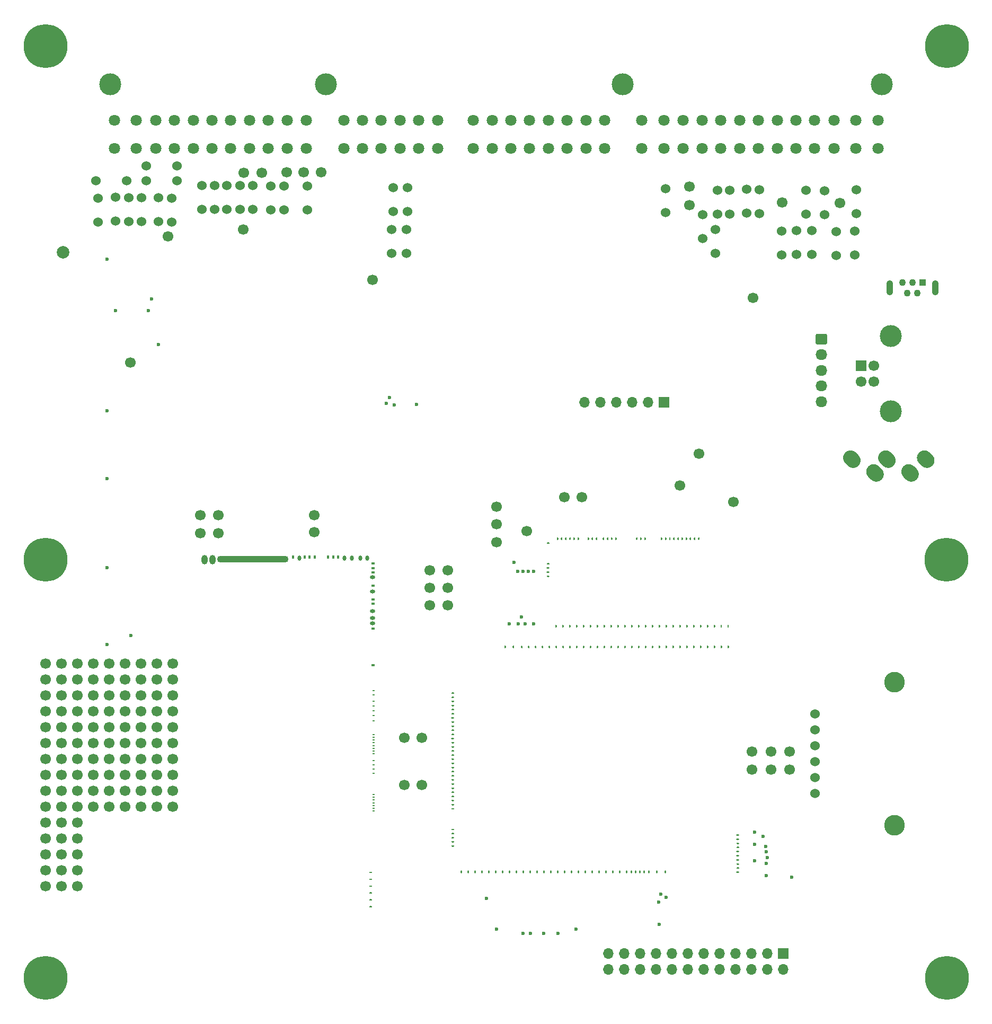
<source format=gbs>
G04 #@! TF.GenerationSoftware,KiCad,Pcbnew,8.0.3-8.0.3-0~ubuntu22.04.1*
G04 #@! TF.CreationDate,2024-06-24T03:32:25+00:00*
G04 #@! TF.ProjectId,hellen64_NA6_94,68656c6c-656e-4363-945f-4e41365f3934,b*
G04 #@! TF.SameCoordinates,PX141ef50PYa2cc1bc*
G04 #@! TF.FileFunction,Soldermask,Bot*
G04 #@! TF.FilePolarity,Negative*
%FSLAX46Y46*%
G04 Gerber Fmt 4.6, Leading zero omitted, Abs format (unit mm)*
G04 Created by KiCad (PCBNEW 8.0.3-8.0.3-0~ubuntu22.04.1) date 2024-06-24 03:32:25*
%MOMM*%
%LPD*%
G01*
G04 APERTURE LIST*
%ADD10C,0.599999*%
%ADD11C,1.524000*%
%ADD12C,1.700000*%
%ADD13R,1.700000X1.700000*%
%ADD14O,1.700000X1.700000*%
%ADD15O,1.000001X1.500000*%
%ADD16O,11.400000X1.100000*%
%ADD17O,0.399999X0.599999*%
%ADD18O,0.599999X0.800001*%
%ADD19O,0.599999X0.399999*%
%ADD20O,0.800001X0.599999*%
%ADD21O,0.399999X0.200000*%
%ADD22C,3.500120*%
%ADD23C,1.800000*%
%ADD24R,1.100000X1.100000*%
%ADD25C,1.100000*%
%ADD26O,1.100000X2.400000*%
%ADD27C,3.500000*%
%ADD28C,3.302000*%
%ADD29C,7.000000*%
%ADD30C,0.600000*%
%ADD31O,1.850000X1.700000*%
%ADD32C,2.000000*%
G04 APERTURE END LIST*
D10*
G04 #@! TO.C,M4*
X75468535Y17795040D03*
X77043549Y12890031D03*
X89747567Y12899094D03*
X81268539Y12220030D03*
X82443543Y12220030D03*
X84618537Y12220030D03*
X86843539Y12220030D03*
G04 #@! TD*
D11*
G04 #@! TO.C,R8*
X60261680Y120850340D03*
X60261680Y124660340D03*
G04 #@! TD*
G04 #@! TO.C,R32*
X38101680Y127800340D03*
X38101680Y131610340D03*
G04 #@! TD*
D12*
G04 #@! TO.C,P5*
X62302380Y35910220D03*
G04 #@! TD*
G04 #@! TO.C,P6*
X62302380Y43412400D03*
G04 #@! TD*
D13*
G04 #@! TO.C,J27*
X103851680Y97005340D03*
D14*
X101311680Y97005340D03*
X98771680Y97005340D03*
X96231680Y97005340D03*
X93691680Y97005340D03*
X91151680Y97005340D03*
G04 #@! TD*
D12*
G04 #@! TO.C,P19*
X36691680Y133695340D03*
G04 #@! TD*
G04 #@! TO.C,G4*
X20210000Y45097322D03*
X20210000Y47637322D03*
X20210000Y50177322D03*
X20210000Y52717322D03*
X20210000Y55257322D03*
X22750000Y45097322D03*
X22750000Y47637322D03*
X22750000Y50177322D03*
X22750000Y52717322D03*
X22750000Y55257322D03*
X25290000Y45097322D03*
X25290000Y47637322D03*
X25290000Y50177322D03*
X25290000Y52717322D03*
X25290000Y55257322D03*
G04 #@! TD*
G04 #@! TO.C,P27*
X57211680Y116595340D03*
G04 #@! TD*
G04 #@! TO.C,P10*
X24601680Y123505340D03*
G04 #@! TD*
G04 #@! TO.C,P12*
X29701680Y79005340D03*
G04 #@! TD*
G04 #@! TO.C,G12*
X12590000Y32397322D03*
X12590000Y34937322D03*
X12590000Y37477322D03*
X12590000Y40017322D03*
X12590000Y42557322D03*
X15130000Y32397322D03*
X15130000Y34937322D03*
X15130000Y37477322D03*
X15130000Y40017322D03*
X15130000Y42557322D03*
X17670000Y32397322D03*
X17670000Y34937322D03*
X17670000Y37477322D03*
X17670000Y40017322D03*
X17670000Y42557322D03*
G04 #@! TD*
D15*
G04 #@! TO.C,M5*
X30414997Y71843006D03*
X31670862Y71843006D03*
D16*
X38114997Y71968007D03*
D17*
X44564989Y72268006D03*
D18*
X45540001Y72168001D03*
D17*
X46409758Y72268006D03*
X47139995Y72268006D03*
X48034758Y72268006D03*
X50109758Y72268006D03*
X51009754Y72268006D03*
X51719996Y72268006D03*
D18*
X52739997Y72168006D03*
X53914996Y72168006D03*
X55264995Y72168006D03*
X56439994Y72168006D03*
D19*
X57339995Y71237767D03*
X57339995Y70543008D03*
X57339995Y69862768D03*
D20*
X57244997Y69043006D03*
D19*
X57339995Y67737769D03*
D20*
X57244997Y66768004D03*
D19*
X57339995Y65493006D03*
X57339995Y64843004D03*
D20*
X57244997Y63643004D03*
X57244997Y62568000D03*
X57244997Y61692998D03*
D19*
X57339995Y60868006D03*
X57339995Y55018005D03*
D21*
X57444996Y50963035D03*
X57444996Y50303033D03*
X57444996Y49243005D03*
X57444996Y48538920D03*
X57444996Y47738881D03*
X57444996Y46938842D03*
X57444996Y46143006D03*
X57444996Y43948004D03*
X57444996Y43508005D03*
X57444996Y43068006D03*
X57444996Y42628004D03*
X57444996Y42188005D03*
X57444996Y41748006D03*
X57444996Y41308004D03*
X57444996Y40868005D03*
X57444996Y39743034D03*
X57444996Y39083036D03*
X57444996Y38423034D03*
X57444996Y37763036D03*
X57444996Y34358006D03*
X57444996Y33918007D03*
X57444996Y33478005D03*
X57444996Y33038006D03*
X57444996Y32598007D03*
X57444996Y32158005D03*
X57444996Y31718006D03*
G04 #@! TD*
D11*
G04 #@! TO.C,R36*
X29951680Y127800340D03*
X29951680Y131610340D03*
G04 #@! TD*
D12*
G04 #@! TO.C,P35*
X69301680Y64555340D03*
G04 #@! TD*
D11*
G04 #@! TO.C,R48*
X112351680Y127100340D03*
X112351680Y130910340D03*
G04 #@! TD*
D12*
G04 #@! TO.C,P15*
X49061680Y133755340D03*
G04 #@! TD*
D11*
G04 #@! TO.C,F3*
X21101680Y134805340D03*
X26001680Y134805340D03*
G04 #@! TD*
G04 #@! TO.C,R24*
X112001680Y120850340D03*
X112001680Y124660340D03*
G04 #@! TD*
G04 #@! TO.C,R33*
X32001680Y127800340D03*
X32001680Y131610340D03*
G04 #@! TD*
G04 #@! TO.C,R42*
X13391221Y125804438D03*
X13391221Y129614438D03*
G04 #@! TD*
D22*
G04 #@! TO.C,P2*
X15340980Y147779760D03*
X49790980Y147779760D03*
X97190980Y147779760D03*
X138640980Y147779760D03*
D23*
X15990980Y137579120D03*
X19488560Y137579120D03*
X22589900Y137579120D03*
X25589640Y137579120D03*
X28589380Y137579120D03*
X31589120Y137579120D03*
X34588860Y137579120D03*
X37588600Y137579120D03*
X40588340Y137579120D03*
X43588080Y137579120D03*
X46689420Y137579120D03*
X15990980Y142080000D03*
X19488560Y142080000D03*
X22589900Y142080000D03*
X25589640Y142080000D03*
X28589380Y142080000D03*
X31589120Y142080000D03*
X34588860Y142080000D03*
X37588600Y142080000D03*
X40588340Y142080000D03*
X43588080Y142080000D03*
X46689420Y142080000D03*
X73340980Y137579120D03*
X76340720Y137579120D03*
X79340460Y137579120D03*
X82340200Y137579120D03*
X85342480Y137579120D03*
X88342220Y137579120D03*
X91341960Y137579120D03*
X94341700Y137579120D03*
X73340980Y142080000D03*
X76340720Y142080000D03*
X79340460Y142080000D03*
X82340200Y142080000D03*
X85342480Y142080000D03*
X88342220Y142080000D03*
X91341960Y142080000D03*
X94341700Y142080000D03*
X100287840Y137579120D03*
X103787960Y137579120D03*
X106891840Y137579120D03*
X109891580Y137579120D03*
X112891320Y137579120D03*
X115891060Y137579120D03*
X118890800Y137579120D03*
X121890540Y137579120D03*
X124890280Y137579120D03*
X127890020Y137579120D03*
X130991360Y137579120D03*
X134491480Y137579120D03*
X137991600Y137579120D03*
X100287840Y142080000D03*
X103787960Y142080000D03*
X106891840Y142080000D03*
X109891580Y142080000D03*
X112891320Y142080000D03*
X115891060Y142080000D03*
X118890800Y142080000D03*
X121890540Y142080000D03*
X124890280Y142080000D03*
X127890020Y142080000D03*
X130991360Y142080000D03*
X134491480Y142080000D03*
X137991600Y142080000D03*
X52640980Y137579120D03*
X55640720Y137579120D03*
X58640460Y137579120D03*
X61640200Y137579120D03*
X64642480Y137579120D03*
X67642220Y137579120D03*
X52640980Y142080000D03*
X55640720Y142080000D03*
X58640460Y142080000D03*
X61640200Y142080000D03*
X64642480Y142080000D03*
X67642220Y142080000D03*
G04 #@! TD*
D12*
G04 #@! TO.C,P40*
X77051680Y77555340D03*
G04 #@! TD*
G04 #@! TO.C,P44*
X90691680Y81865340D03*
G04 #@! TD*
G04 #@! TO.C,P13*
X32601680Y76105340D03*
G04 #@! TD*
G04 #@! TO.C,P29*
X120901680Y41205340D03*
G04 #@! TD*
D11*
G04 #@! TO.C,R43*
X127451680Y120650340D03*
X127451680Y124460340D03*
G04 #@! TD*
D24*
G04 #@! TO.C,J1*
X145101680Y116180340D03*
D25*
X144301680Y114430340D03*
X143501680Y116180340D03*
X142701680Y114430340D03*
X141901680Y116180340D03*
D26*
X147151680Y115305340D03*
X139851680Y115305340D03*
G04 #@! TD*
D12*
G04 #@! TO.C,P37*
X114941680Y81095340D03*
G04 #@! TD*
G04 #@! TO.C,P42*
X77051680Y80305340D03*
G04 #@! TD*
D11*
G04 #@! TO.C,R52*
X62681680Y120840340D03*
X62681680Y124650340D03*
G04 #@! TD*
D12*
G04 #@! TO.C,P41*
X118031680Y113705340D03*
G04 #@! TD*
G04 #@! TO.C,P30*
X120901680Y38370220D03*
G04 #@! TD*
G04 #@! TO.C,P26*
X66401680Y67405340D03*
G04 #@! TD*
D13*
G04 #@! TO.C,J5*
X135316680Y102855340D03*
D12*
X135316680Y100355340D03*
X137316680Y100355340D03*
X137316680Y102855340D03*
D27*
X140026680Y107625340D03*
X140026680Y95585340D03*
G04 #@! TD*
D12*
G04 #@! TO.C,P4*
X65112640Y43410220D03*
G04 #@! TD*
G04 #@! TO.C,P25*
X123901680Y38370220D03*
G04 #@! TD*
D10*
G04 #@! TO.C,M8*
X59459042Y96874902D03*
X59984042Y97749904D03*
X60734040Y96574900D03*
X64284041Y96649903D03*
G04 #@! TD*
D28*
G04 #@! TO.C,U2*
X140601680Y52290340D03*
X140601680Y29430340D03*
D11*
X127901680Y47210340D03*
X127901680Y44670340D03*
X127901680Y42130340D03*
X127901680Y39590340D03*
X127901680Y37050340D03*
X127901680Y34510340D03*
G04 #@! TD*
G04 #@! TO.C,R17*
X131301680Y124320340D03*
X131301680Y120510340D03*
G04 #@! TD*
D12*
G04 #@! TO.C,G6*
X4970000Y45097322D03*
X4970000Y47637322D03*
X4970000Y50177322D03*
X4970000Y52717322D03*
X4970000Y55257322D03*
X7510000Y45097322D03*
X7510000Y47637322D03*
X7510000Y50177322D03*
X7510000Y52717322D03*
X7510000Y55257322D03*
X10050000Y45097322D03*
X10050000Y47637322D03*
X10050000Y50177322D03*
X10050000Y52717322D03*
X10050000Y55257322D03*
G04 #@! TD*
G04 #@! TO.C,P17*
X43511680Y133755340D03*
G04 #@! TD*
D10*
G04 #@! TO.C,M13*
X103293541Y18453558D03*
X104168543Y17928558D03*
X102993539Y17178560D03*
X103068542Y13628559D03*
G04 #@! TD*
D12*
G04 #@! TO.C,P11*
X29701680Y76105340D03*
G04 #@! TD*
G04 #@! TO.C,P16*
X46241680Y133745340D03*
G04 #@! TD*
G04 #@! TO.C,P33*
X47901680Y76305340D03*
G04 #@! TD*
D11*
G04 #@! TO.C,R40*
X18311680Y125850340D03*
X18311680Y129660340D03*
G04 #@! TD*
D29*
G04 #@! TO.C,J13*
X5000000Y5100000D03*
G04 #@! TD*
G04 #@! TO.C,M7*
G36*
G01*
X56804044Y22044216D02*
X57054042Y22044216D01*
G75*
G02*
X57179042Y21919216I0J-125000D01*
G01*
X57179042Y21919216D01*
G75*
G02*
X57054042Y21794216I-125000J0D01*
G01*
X56804044Y21794216D01*
G75*
G02*
X56679044Y21919216I0J125000D01*
G01*
X56679044Y21919216D01*
G75*
G02*
X56804044Y22044216I125000J0D01*
G01*
G37*
G36*
G01*
X56804044Y20944218D02*
X57054042Y20944218D01*
G75*
G02*
X57179042Y20819218I0J-125000D01*
G01*
X57179042Y20819218D01*
G75*
G02*
X57054042Y20694218I-125000J0D01*
G01*
X56804044Y20694218D01*
G75*
G02*
X56679044Y20819218I0J125000D01*
G01*
X56679044Y20819218D01*
G75*
G02*
X56804044Y20944218I125000J0D01*
G01*
G37*
G36*
G01*
X56804044Y19844220D02*
X57054042Y19844220D01*
G75*
G02*
X57179042Y19719220I0J-125000D01*
G01*
X57179042Y19719220D01*
G75*
G02*
X57054042Y19594220I-125000J0D01*
G01*
X56804044Y19594220D01*
G75*
G02*
X56679044Y19719220I0J125000D01*
G01*
X56679044Y19719220D01*
G75*
G02*
X56804044Y19844220I125000J0D01*
G01*
G37*
G36*
G01*
X56804044Y18744222D02*
X57054042Y18744222D01*
G75*
G02*
X57179042Y18619222I0J-125000D01*
G01*
X57179042Y18619222D01*
G75*
G02*
X57054042Y18494222I-125000J0D01*
G01*
X56804044Y18494222D01*
G75*
G02*
X56679044Y18619222I0J125000D01*
G01*
X56679044Y18619222D01*
G75*
G02*
X56804044Y18744222I125000J0D01*
G01*
G37*
G36*
G01*
X56804044Y17644224D02*
X57054042Y17644224D01*
G75*
G02*
X57179042Y17519224I0J-125000D01*
G01*
X57179042Y17519224D01*
G75*
G02*
X57054042Y17394224I-125000J0D01*
G01*
X56804044Y17394224D01*
G75*
G02*
X56679044Y17519224I0J125000D01*
G01*
X56679044Y17519224D01*
G75*
G02*
X56804044Y17644224I125000J0D01*
G01*
G37*
G36*
G01*
X56804044Y16544227D02*
X57054042Y16544227D01*
G75*
G02*
X57179042Y16419227I0J-125000D01*
G01*
X57179042Y16419227D01*
G75*
G02*
X57054042Y16294227I-125000J0D01*
G01*
X56804044Y16294227D01*
G75*
G02*
X56679044Y16419227I0J125000D01*
G01*
X56679044Y16419227D01*
G75*
G02*
X56804044Y16544227I125000J0D01*
G01*
G37*
G04 #@! TD*
D12*
G04 #@! TO.C,P28*
X81913040Y76406220D03*
G04 #@! TD*
G04 #@! TO.C,P24*
X123901680Y41205340D03*
G04 #@! TD*
G04 #@! TO.C,P8*
X131951680Y128855340D03*
G04 #@! TD*
G04 #@! TO.C,G9*
X4970000Y19697322D03*
X4970000Y22237322D03*
X4970000Y24777322D03*
X4970000Y27317322D03*
X4970000Y29857322D03*
X7510000Y19697322D03*
X7510000Y22237322D03*
X7510000Y24777322D03*
X7510000Y27317322D03*
X7510000Y29857322D03*
X10050000Y19697322D03*
X10050000Y22237322D03*
X10050000Y24777322D03*
X10050000Y27317322D03*
X10050000Y29857322D03*
G04 #@! TD*
G04 #@! TO.C,M1*
G36*
G01*
X85162638Y69351817D02*
X85412638Y69351817D01*
G75*
G02*
X85537638Y69226817I0J-125000D01*
G01*
X85537638Y69226817D01*
G75*
G02*
X85412638Y69101817I-125000J0D01*
G01*
X85162638Y69101817D01*
G75*
G02*
X85037638Y69226817I0J125000D01*
G01*
X85037638Y69226817D01*
G75*
G02*
X85162638Y69351817I125000J0D01*
G01*
G37*
G36*
G01*
X85162638Y70011818D02*
X85412638Y70011818D01*
G75*
G02*
X85537638Y69886818I0J-125000D01*
G01*
X85537638Y69886818D01*
G75*
G02*
X85412638Y69761818I-125000J0D01*
G01*
X85162638Y69761818D01*
G75*
G02*
X85037638Y69886818I0J125000D01*
G01*
X85037638Y69886818D01*
G75*
G02*
X85162638Y70011818I125000J0D01*
G01*
G37*
G36*
G01*
X85162638Y70671819D02*
X85412638Y70671819D01*
G75*
G02*
X85537638Y70546819I0J-125000D01*
G01*
X85537638Y70546819D01*
G75*
G02*
X85412638Y70421819I-125000J0D01*
G01*
X85162638Y70421819D01*
G75*
G02*
X85037638Y70546819I0J125000D01*
G01*
X85037638Y70546819D01*
G75*
G02*
X85162638Y70671819I125000J0D01*
G01*
G37*
G36*
G01*
X85162638Y71331820D02*
X85412638Y71331820D01*
G75*
G02*
X85537638Y71206820I0J-125000D01*
G01*
X85537638Y71206820D01*
G75*
G02*
X85412638Y71081820I-125000J0D01*
G01*
X85162638Y71081820D01*
G75*
G02*
X85037638Y71206820I0J125000D01*
G01*
X85037638Y71206820D01*
G75*
G02*
X85162638Y71331820I125000J0D01*
G01*
G37*
G36*
G01*
X85162638Y74631827D02*
X85412638Y74631827D01*
G75*
G02*
X85537638Y74506827I0J-125000D01*
G01*
X85537638Y74506827D01*
G75*
G02*
X85412638Y74381827I-125000J0D01*
G01*
X85162638Y74381827D01*
G75*
G02*
X85037638Y74506827I0J125000D01*
G01*
X85037638Y74506827D01*
G75*
G02*
X85162638Y74631827I125000J0D01*
G01*
G37*
G36*
G01*
X113932640Y61133024D02*
X113932640Y61383024D01*
G75*
G02*
X114057640Y61508024I125000J0D01*
G01*
X114057640Y61508024D01*
G75*
G02*
X114182640Y61383024I0J-125000D01*
G01*
X114182640Y61133024D01*
G75*
G02*
X114057640Y61008024I-125000J0D01*
G01*
X114057640Y61008024D01*
G75*
G02*
X113932640Y61133024I0J125000D01*
G01*
G37*
G36*
G01*
X113082636Y61383024D02*
X113082636Y61133024D01*
G75*
G02*
X112957636Y61008024I-125000J0D01*
G01*
X112957636Y61008024D01*
G75*
G02*
X112832636Y61133024I0J125000D01*
G01*
X112832636Y61383024D01*
G75*
G02*
X112957636Y61508024I125000J0D01*
G01*
X112957636Y61508024D01*
G75*
G02*
X113082636Y61383024I0J-125000D01*
G01*
G37*
G36*
G01*
X111982635Y61383024D02*
X111982635Y61133024D01*
G75*
G02*
X111857635Y61008024I-125000J0D01*
G01*
X111857635Y61008024D01*
G75*
G02*
X111732635Y61133024I0J125000D01*
G01*
X111732635Y61383024D01*
G75*
G02*
X111857635Y61508024I125000J0D01*
G01*
X111857635Y61508024D01*
G75*
G02*
X111982635Y61383024I0J-125000D01*
G01*
G37*
G36*
G01*
X110882638Y61383024D02*
X110882638Y61133024D01*
G75*
G02*
X110757638Y61008024I-125000J0D01*
G01*
X110757638Y61008024D01*
G75*
G02*
X110632638Y61133024I0J125000D01*
G01*
X110632638Y61383024D01*
G75*
G02*
X110757638Y61508024I125000J0D01*
G01*
X110757638Y61508024D01*
G75*
G02*
X110882638Y61383024I0J-125000D01*
G01*
G37*
G36*
G01*
X109782640Y61383024D02*
X109782640Y61133024D01*
G75*
G02*
X109657640Y61008024I-125000J0D01*
G01*
X109657640Y61008024D01*
G75*
G02*
X109532640Y61133024I0J125000D01*
G01*
X109532640Y61383024D01*
G75*
G02*
X109657640Y61508024I125000J0D01*
G01*
X109657640Y61508024D01*
G75*
G02*
X109782640Y61383024I0J-125000D01*
G01*
G37*
G36*
G01*
X108682642Y61383024D02*
X108682642Y61133024D01*
G75*
G02*
X108557642Y61008024I-125000J0D01*
G01*
X108557642Y61008024D01*
G75*
G02*
X108432642Y61133024I0J125000D01*
G01*
X108432642Y61383024D01*
G75*
G02*
X108557642Y61508024I125000J0D01*
G01*
X108557642Y61508024D01*
G75*
G02*
X108682642Y61383024I0J-125000D01*
G01*
G37*
G36*
G01*
X107582644Y61383024D02*
X107582644Y61133024D01*
G75*
G02*
X107457644Y61008024I-125000J0D01*
G01*
X107457644Y61008024D01*
G75*
G02*
X107332644Y61133024I0J125000D01*
G01*
X107332644Y61383024D01*
G75*
G02*
X107457644Y61508024I125000J0D01*
G01*
X107457644Y61508024D01*
G75*
G02*
X107582644Y61383024I0J-125000D01*
G01*
G37*
G36*
G01*
X106482646Y61383024D02*
X106482646Y61133024D01*
G75*
G02*
X106357646Y61008024I-125000J0D01*
G01*
X106357646Y61008024D01*
G75*
G02*
X106232646Y61133024I0J125000D01*
G01*
X106232646Y61383024D01*
G75*
G02*
X106357646Y61508024I125000J0D01*
G01*
X106357646Y61508024D01*
G75*
G02*
X106482646Y61383024I0J-125000D01*
G01*
G37*
G36*
G01*
X105382649Y61383024D02*
X105382649Y61133024D01*
G75*
G02*
X105257649Y61008024I-125000J0D01*
G01*
X105257649Y61008024D01*
G75*
G02*
X105132649Y61133024I0J125000D01*
G01*
X105132649Y61383024D01*
G75*
G02*
X105257649Y61508024I125000J0D01*
G01*
X105257649Y61508024D01*
G75*
G02*
X105382649Y61383024I0J-125000D01*
G01*
G37*
G36*
G01*
X104282651Y61383024D02*
X104282651Y61133024D01*
G75*
G02*
X104157651Y61008024I-125000J0D01*
G01*
X104157651Y61008024D01*
G75*
G02*
X104032651Y61133024I0J125000D01*
G01*
X104032651Y61383024D01*
G75*
G02*
X104157651Y61508024I125000J0D01*
G01*
X104157651Y61508024D01*
G75*
G02*
X104282651Y61383024I0J-125000D01*
G01*
G37*
G36*
G01*
X103182653Y61383024D02*
X103182653Y61133024D01*
G75*
G02*
X103057653Y61008024I-125000J0D01*
G01*
X103057653Y61008024D01*
G75*
G02*
X102932653Y61133024I0J125000D01*
G01*
X102932653Y61383024D01*
G75*
G02*
X103057653Y61508024I125000J0D01*
G01*
X103057653Y61508024D01*
G75*
G02*
X103182653Y61383024I0J-125000D01*
G01*
G37*
G36*
G01*
X102082655Y61383024D02*
X102082655Y61133024D01*
G75*
G02*
X101957655Y61008024I-125000J0D01*
G01*
X101957655Y61008024D01*
G75*
G02*
X101832655Y61133024I0J125000D01*
G01*
X101832655Y61383024D01*
G75*
G02*
X101957655Y61508024I125000J0D01*
G01*
X101957655Y61508024D01*
G75*
G02*
X102082655Y61383024I0J-125000D01*
G01*
G37*
G36*
G01*
X100982657Y61383024D02*
X100982657Y61133024D01*
G75*
G02*
X100857657Y61008024I-125000J0D01*
G01*
X100857657Y61008024D01*
G75*
G02*
X100732657Y61133024I0J125000D01*
G01*
X100732657Y61383024D01*
G75*
G02*
X100857657Y61508024I125000J0D01*
G01*
X100857657Y61508024D01*
G75*
G02*
X100982657Y61383024I0J-125000D01*
G01*
G37*
G36*
G01*
X99882660Y61383024D02*
X99882660Y61133024D01*
G75*
G02*
X99757660Y61008024I-125000J0D01*
G01*
X99757660Y61008024D01*
G75*
G02*
X99632660Y61133024I0J125000D01*
G01*
X99632660Y61383024D01*
G75*
G02*
X99757660Y61508024I125000J0D01*
G01*
X99757660Y61508024D01*
G75*
G02*
X99882660Y61383024I0J-125000D01*
G01*
G37*
G36*
G01*
X98782662Y61383024D02*
X98782662Y61133024D01*
G75*
G02*
X98657662Y61008024I-125000J0D01*
G01*
X98657662Y61008024D01*
G75*
G02*
X98532662Y61133024I0J125000D01*
G01*
X98532662Y61383024D01*
G75*
G02*
X98657662Y61508024I125000J0D01*
G01*
X98657662Y61508024D01*
G75*
G02*
X98782662Y61383024I0J-125000D01*
G01*
G37*
G36*
G01*
X97682664Y61383024D02*
X97682664Y61133024D01*
G75*
G02*
X97557664Y61008024I-125000J0D01*
G01*
X97557664Y61008024D01*
G75*
G02*
X97432664Y61133024I0J125000D01*
G01*
X97432664Y61383024D01*
G75*
G02*
X97557664Y61508024I125000J0D01*
G01*
X97557664Y61508024D01*
G75*
G02*
X97682664Y61383024I0J-125000D01*
G01*
G37*
G36*
G01*
X96582666Y61383024D02*
X96582666Y61133024D01*
G75*
G02*
X96457666Y61008024I-125000J0D01*
G01*
X96457666Y61008024D01*
G75*
G02*
X96332666Y61133024I0J125000D01*
G01*
X96332666Y61383024D01*
G75*
G02*
X96457666Y61508024I125000J0D01*
G01*
X96457666Y61508024D01*
G75*
G02*
X96582666Y61383024I0J-125000D01*
G01*
G37*
G36*
G01*
X95482668Y61383024D02*
X95482668Y61133024D01*
G75*
G02*
X95357668Y61008024I-125000J0D01*
G01*
X95357668Y61008024D01*
G75*
G02*
X95232668Y61133024I0J125000D01*
G01*
X95232668Y61383024D01*
G75*
G02*
X95357668Y61508024I125000J0D01*
G01*
X95357668Y61508024D01*
G75*
G02*
X95482668Y61383024I0J-125000D01*
G01*
G37*
G36*
G01*
X94382671Y61383024D02*
X94382671Y61133024D01*
G75*
G02*
X94257671Y61008024I-125000J0D01*
G01*
X94257671Y61008024D01*
G75*
G02*
X94132671Y61133024I0J125000D01*
G01*
X94132671Y61383024D01*
G75*
G02*
X94257671Y61508024I125000J0D01*
G01*
X94257671Y61508024D01*
G75*
G02*
X94382671Y61383024I0J-125000D01*
G01*
G37*
G36*
G01*
X93282673Y61383024D02*
X93282673Y61133024D01*
G75*
G02*
X93157673Y61008024I-125000J0D01*
G01*
X93157673Y61008024D01*
G75*
G02*
X93032673Y61133024I0J125000D01*
G01*
X93032673Y61383024D01*
G75*
G02*
X93157673Y61508024I125000J0D01*
G01*
X93157673Y61508024D01*
G75*
G02*
X93282673Y61383024I0J-125000D01*
G01*
G37*
G36*
G01*
X92182675Y61383024D02*
X92182675Y61133024D01*
G75*
G02*
X92057675Y61008024I-125000J0D01*
G01*
X92057675Y61008024D01*
G75*
G02*
X91932675Y61133024I0J125000D01*
G01*
X91932675Y61383024D01*
G75*
G02*
X92057675Y61508024I125000J0D01*
G01*
X92057675Y61508024D01*
G75*
G02*
X92182675Y61383024I0J-125000D01*
G01*
G37*
G36*
G01*
X91082677Y61383024D02*
X91082677Y61133024D01*
G75*
G02*
X90957677Y61008024I-125000J0D01*
G01*
X90957677Y61008024D01*
G75*
G02*
X90832677Y61133024I0J125000D01*
G01*
X90832677Y61383024D01*
G75*
G02*
X90957677Y61508024I125000J0D01*
G01*
X90957677Y61508024D01*
G75*
G02*
X91082677Y61383024I0J-125000D01*
G01*
G37*
G36*
G01*
X89982679Y61383024D02*
X89982679Y61133024D01*
G75*
G02*
X89857679Y61008024I-125000J0D01*
G01*
X89857679Y61008024D01*
G75*
G02*
X89732679Y61133024I0J125000D01*
G01*
X89732679Y61383024D01*
G75*
G02*
X89857679Y61508024I125000J0D01*
G01*
X89857679Y61508024D01*
G75*
G02*
X89982679Y61383024I0J-125000D01*
G01*
G37*
G36*
G01*
X88882682Y61383024D02*
X88882682Y61133024D01*
G75*
G02*
X88757682Y61008024I-125000J0D01*
G01*
X88757682Y61008024D01*
G75*
G02*
X88632682Y61133024I0J125000D01*
G01*
X88632682Y61383024D01*
G75*
G02*
X88757682Y61508024I125000J0D01*
G01*
X88757682Y61508024D01*
G75*
G02*
X88882682Y61383024I0J-125000D01*
G01*
G37*
G36*
G01*
X87782684Y61383024D02*
X87782684Y61133024D01*
G75*
G02*
X87657684Y61008024I-125000J0D01*
G01*
X87657684Y61008024D01*
G75*
G02*
X87532684Y61133024I0J125000D01*
G01*
X87532684Y61383024D01*
G75*
G02*
X87657684Y61508024I125000J0D01*
G01*
X87657684Y61508024D01*
G75*
G02*
X87782684Y61383024I0J-125000D01*
G01*
G37*
G36*
G01*
X86682686Y61383024D02*
X86682686Y61133024D01*
G75*
G02*
X86557686Y61008024I-125000J0D01*
G01*
X86557686Y61008024D01*
G75*
G02*
X86432686Y61133024I0J125000D01*
G01*
X86432686Y61383024D01*
G75*
G02*
X86557686Y61508024I125000J0D01*
G01*
X86557686Y61508024D01*
G75*
G02*
X86682686Y61383024I0J-125000D01*
G01*
G37*
G36*
G01*
X86933630Y75345023D02*
X86933630Y75095023D01*
G75*
G02*
X86808630Y74970023I-125000J0D01*
G01*
X86808630Y74970023D01*
G75*
G02*
X86683630Y75095023I0J125000D01*
G01*
X86683630Y75345023D01*
G75*
G02*
X86808630Y75470023I125000J0D01*
G01*
X86808630Y75470023D01*
G75*
G02*
X86933630Y75345023I0J-125000D01*
G01*
G37*
G36*
G01*
X87593632Y75345023D02*
X87593632Y75095023D01*
G75*
G02*
X87468632Y74970023I-125000J0D01*
G01*
X87468632Y74970023D01*
G75*
G02*
X87343632Y75095023I0J125000D01*
G01*
X87343632Y75345023D01*
G75*
G02*
X87468632Y75470023I125000J0D01*
G01*
X87468632Y75470023D01*
G75*
G02*
X87593632Y75345023I0J-125000D01*
G01*
G37*
G36*
G01*
X88253633Y75345023D02*
X88253633Y75095023D01*
G75*
G02*
X88128633Y74970023I-125000J0D01*
G01*
X88128633Y74970023D01*
G75*
G02*
X88003633Y75095023I0J125000D01*
G01*
X88003633Y75345023D01*
G75*
G02*
X88128633Y75470023I125000J0D01*
G01*
X88128633Y75470023D01*
G75*
G02*
X88253633Y75345023I0J-125000D01*
G01*
G37*
G36*
G01*
X88913634Y75345023D02*
X88913634Y75095023D01*
G75*
G02*
X88788634Y74970023I-125000J0D01*
G01*
X88788634Y74970023D01*
G75*
G02*
X88663634Y75095023I0J125000D01*
G01*
X88663634Y75345023D01*
G75*
G02*
X88788634Y75470023I125000J0D01*
G01*
X88788634Y75470023D01*
G75*
G02*
X88913634Y75345023I0J-125000D01*
G01*
G37*
G36*
G01*
X89573635Y75345023D02*
X89573635Y75095023D01*
G75*
G02*
X89448635Y74970023I-125000J0D01*
G01*
X89448635Y74970023D01*
G75*
G02*
X89323635Y75095023I0J125000D01*
G01*
X89323635Y75345023D01*
G75*
G02*
X89448635Y75470023I125000J0D01*
G01*
X89448635Y75470023D01*
G75*
G02*
X89573635Y75345023I0J-125000D01*
G01*
G37*
G36*
G01*
X90233637Y75345023D02*
X90233637Y75095023D01*
G75*
G02*
X90108637Y74970023I-125000J0D01*
G01*
X90108637Y74970023D01*
G75*
G02*
X89983637Y75095023I0J125000D01*
G01*
X89983637Y75345023D01*
G75*
G02*
X90108637Y75470023I125000J0D01*
G01*
X90108637Y75470023D01*
G75*
G02*
X90233637Y75345023I0J-125000D01*
G01*
G37*
G36*
G01*
X91834634Y75345023D02*
X91834634Y75095023D01*
G75*
G02*
X91709634Y74970023I-125000J0D01*
G01*
X91709634Y74970023D01*
G75*
G02*
X91584634Y75095023I0J125000D01*
G01*
X91584634Y75345023D01*
G75*
G02*
X91709634Y75470023I125000J0D01*
G01*
X91709634Y75470023D01*
G75*
G02*
X91834634Y75345023I0J-125000D01*
G01*
G37*
G36*
G01*
X92494635Y75345023D02*
X92494635Y75095023D01*
G75*
G02*
X92369635Y74970023I-125000J0D01*
G01*
X92369635Y74970023D01*
G75*
G02*
X92244635Y75095023I0J125000D01*
G01*
X92244635Y75345023D01*
G75*
G02*
X92369635Y75470023I125000J0D01*
G01*
X92369635Y75470023D01*
G75*
G02*
X92494635Y75345023I0J-125000D01*
G01*
G37*
G36*
G01*
X93154637Y75345023D02*
X93154637Y75095023D01*
G75*
G02*
X93029637Y74970023I-125000J0D01*
G01*
X93029637Y74970023D01*
G75*
G02*
X92904637Y75095023I0J125000D01*
G01*
X92904637Y75345023D01*
G75*
G02*
X93029637Y75470023I125000J0D01*
G01*
X93029637Y75470023D01*
G75*
G02*
X93154637Y75345023I0J-125000D01*
G01*
G37*
G36*
G01*
X94275536Y75345023D02*
X94275536Y75095023D01*
G75*
G02*
X94150536Y74970023I-125000J0D01*
G01*
X94150536Y74970023D01*
G75*
G02*
X94025536Y75095023I0J125000D01*
G01*
X94025536Y75345023D01*
G75*
G02*
X94150536Y75470023I125000J0D01*
G01*
X94150536Y75470023D01*
G75*
G02*
X94275536Y75345023I0J-125000D01*
G01*
G37*
G36*
G01*
X94935537Y75345023D02*
X94935537Y75095023D01*
G75*
G02*
X94810537Y74970023I-125000J0D01*
G01*
X94810537Y74970023D01*
G75*
G02*
X94685537Y75095023I0J125000D01*
G01*
X94685537Y75345023D01*
G75*
G02*
X94810537Y75470023I125000J0D01*
G01*
X94810537Y75470023D01*
G75*
G02*
X94935537Y75345023I0J-125000D01*
G01*
G37*
G36*
G01*
X95595538Y75345023D02*
X95595538Y75095023D01*
G75*
G02*
X95470538Y74970023I-125000J0D01*
G01*
X95470538Y74970023D01*
G75*
G02*
X95345538Y75095023I0J125000D01*
G01*
X95345538Y75345023D01*
G75*
G02*
X95470538Y75470023I125000J0D01*
G01*
X95470538Y75470023D01*
G75*
G02*
X95595538Y75345023I0J-125000D01*
G01*
G37*
G36*
G01*
X96255540Y75345023D02*
X96255540Y75095023D01*
G75*
G02*
X96130540Y74970023I-125000J0D01*
G01*
X96130540Y74970023D01*
G75*
G02*
X96005540Y75095023I0J125000D01*
G01*
X96005540Y75345023D01*
G75*
G02*
X96130540Y75470023I125000J0D01*
G01*
X96130540Y75470023D01*
G75*
G02*
X96255540Y75345023I0J-125000D01*
G01*
G37*
G36*
G01*
X99581634Y75345023D02*
X99581634Y75095023D01*
G75*
G02*
X99456634Y74970023I-125000J0D01*
G01*
X99456634Y74970023D01*
G75*
G02*
X99331634Y75095023I0J125000D01*
G01*
X99331634Y75345023D01*
G75*
G02*
X99456634Y75470023I125000J0D01*
G01*
X99456634Y75470023D01*
G75*
G02*
X99581634Y75345023I0J-125000D01*
G01*
G37*
G36*
G01*
X100241635Y75345023D02*
X100241635Y75095023D01*
G75*
G02*
X100116635Y74970023I-125000J0D01*
G01*
X100116635Y74970023D01*
G75*
G02*
X99991635Y75095023I0J125000D01*
G01*
X99991635Y75345023D01*
G75*
G02*
X100116635Y75470023I125000J0D01*
G01*
X100116635Y75470023D01*
G75*
G02*
X100241635Y75345023I0J-125000D01*
G01*
G37*
G36*
G01*
X100901637Y75345023D02*
X100901637Y75095023D01*
G75*
G02*
X100776637Y74970023I-125000J0D01*
G01*
X100776637Y74970023D01*
G75*
G02*
X100651637Y75095023I0J125000D01*
G01*
X100651637Y75345023D01*
G75*
G02*
X100776637Y75470023I125000J0D01*
G01*
X100776637Y75470023D01*
G75*
G02*
X100901637Y75345023I0J-125000D01*
G01*
G37*
G36*
G01*
X103547628Y75345023D02*
X103547628Y75095023D01*
G75*
G02*
X103422628Y74970023I-125000J0D01*
G01*
X103422628Y74970023D01*
G75*
G02*
X103297628Y75095023I0J125000D01*
G01*
X103297628Y75345023D01*
G75*
G02*
X103422628Y75470023I125000J0D01*
G01*
X103422628Y75470023D01*
G75*
G02*
X103547628Y75345023I0J-125000D01*
G01*
G37*
G36*
G01*
X104207629Y75345023D02*
X104207629Y75095023D01*
G75*
G02*
X104082629Y74970023I-125000J0D01*
G01*
X104082629Y74970023D01*
G75*
G02*
X103957629Y75095023I0J125000D01*
G01*
X103957629Y75345023D01*
G75*
G02*
X104082629Y75470023I125000J0D01*
G01*
X104082629Y75470023D01*
G75*
G02*
X104207629Y75345023I0J-125000D01*
G01*
G37*
G36*
G01*
X104867631Y75345023D02*
X104867631Y75095023D01*
G75*
G02*
X104742631Y74970023I-125000J0D01*
G01*
X104742631Y74970023D01*
G75*
G02*
X104617631Y75095023I0J125000D01*
G01*
X104617631Y75345023D01*
G75*
G02*
X104742631Y75470023I125000J0D01*
G01*
X104742631Y75470023D01*
G75*
G02*
X104867631Y75345023I0J-125000D01*
G01*
G37*
G36*
G01*
X105527632Y75345023D02*
X105527632Y75095023D01*
G75*
G02*
X105402632Y74970023I-125000J0D01*
G01*
X105402632Y74970023D01*
G75*
G02*
X105277632Y75095023I0J125000D01*
G01*
X105277632Y75345023D01*
G75*
G02*
X105402632Y75470023I125000J0D01*
G01*
X105402632Y75470023D01*
G75*
G02*
X105527632Y75345023I0J-125000D01*
G01*
G37*
G36*
G01*
X106187633Y75345023D02*
X106187633Y75095023D01*
G75*
G02*
X106062633Y74970023I-125000J0D01*
G01*
X106062633Y74970023D01*
G75*
G02*
X105937633Y75095023I0J125000D01*
G01*
X105937633Y75345023D01*
G75*
G02*
X106062633Y75470023I125000J0D01*
G01*
X106062633Y75470023D01*
G75*
G02*
X106187633Y75345023I0J-125000D01*
G01*
G37*
G36*
G01*
X106847634Y75345023D02*
X106847634Y75095023D01*
G75*
G02*
X106722634Y74970023I-125000J0D01*
G01*
X106722634Y74970023D01*
G75*
G02*
X106597634Y75095023I0J125000D01*
G01*
X106597634Y75345023D01*
G75*
G02*
X106722634Y75470023I125000J0D01*
G01*
X106722634Y75470023D01*
G75*
G02*
X106847634Y75345023I0J-125000D01*
G01*
G37*
G36*
G01*
X107507636Y75345023D02*
X107507636Y75095023D01*
G75*
G02*
X107382636Y74970023I-125000J0D01*
G01*
X107382636Y74970023D01*
G75*
G02*
X107257636Y75095023I0J125000D01*
G01*
X107257636Y75345023D01*
G75*
G02*
X107382636Y75470023I125000J0D01*
G01*
X107382636Y75470023D01*
G75*
G02*
X107507636Y75345023I0J-125000D01*
G01*
G37*
G36*
G01*
X108167637Y75345023D02*
X108167637Y75095023D01*
G75*
G02*
X108042637Y74970023I-125000J0D01*
G01*
X108042637Y74970023D01*
G75*
G02*
X107917637Y75095023I0J125000D01*
G01*
X107917637Y75345023D01*
G75*
G02*
X108042637Y75470023I125000J0D01*
G01*
X108042637Y75470023D01*
G75*
G02*
X108167637Y75345023I0J-125000D01*
G01*
G37*
G36*
G01*
X108827638Y75345023D02*
X108827638Y75095023D01*
G75*
G02*
X108702638Y74970023I-125000J0D01*
G01*
X108702638Y74970023D01*
G75*
G02*
X108577638Y75095023I0J125000D01*
G01*
X108577638Y75345023D01*
G75*
G02*
X108702638Y75470023I125000J0D01*
G01*
X108702638Y75470023D01*
G75*
G02*
X108827638Y75345023I0J-125000D01*
G01*
G37*
G36*
G01*
X109487640Y75345023D02*
X109487640Y75095023D01*
G75*
G02*
X109362640Y74970023I-125000J0D01*
G01*
X109362640Y74970023D01*
G75*
G02*
X109237640Y75095023I0J125000D01*
G01*
X109237640Y75345023D01*
G75*
G02*
X109362640Y75470023I125000J0D01*
G01*
X109362640Y75470023D01*
G75*
G02*
X109487640Y75345023I0J-125000D01*
G01*
G37*
G04 #@! TD*
D11*
G04 #@! TO.C,R38*
X20351680Y125870340D03*
X20351680Y129680340D03*
G04 #@! TD*
G04 #@! TO.C,R44*
X126525000Y127045000D03*
X126525000Y130855000D03*
G04 #@! TD*
G04 #@! TO.C,M3*
G36*
G01*
X69941543Y26263845D02*
X70191543Y26263845D01*
G75*
G02*
X70316543Y26138845I0J-125000D01*
G01*
X70316543Y26138845D01*
G75*
G02*
X70191543Y26013845I-125000J0D01*
G01*
X69941543Y26013845D01*
G75*
G02*
X69816543Y26138845I0J125000D01*
G01*
X69816543Y26138845D01*
G75*
G02*
X69941543Y26263845I125000J0D01*
G01*
G37*
G36*
G01*
X70191543Y26673843D02*
X69941543Y26673843D01*
G75*
G02*
X69816543Y26798843I0J125000D01*
G01*
X69816543Y26798843D01*
G75*
G02*
X69941543Y26923843I125000J0D01*
G01*
X70191543Y26923843D01*
G75*
G02*
X70316543Y26798843I0J-125000D01*
G01*
X70316543Y26798843D01*
G75*
G02*
X70191543Y26673843I-125000J0D01*
G01*
G37*
G36*
G01*
X70191543Y27333848D02*
X69941543Y27333848D01*
G75*
G02*
X69816543Y27458848I0J125000D01*
G01*
X69816543Y27458848D01*
G75*
G02*
X69941543Y27583848I125000J0D01*
G01*
X70191543Y27583848D01*
G75*
G02*
X70316543Y27458848I0J-125000D01*
G01*
X70316543Y27458848D01*
G75*
G02*
X70191543Y27333848I-125000J0D01*
G01*
G37*
G36*
G01*
X70191543Y27993843D02*
X69941543Y27993843D01*
G75*
G02*
X69816543Y28118843I0J125000D01*
G01*
X69816543Y28118843D01*
G75*
G02*
X69941543Y28243843I125000J0D01*
G01*
X70191543Y28243843D01*
G75*
G02*
X70316543Y28118843I0J-125000D01*
G01*
X70316543Y28118843D01*
G75*
G02*
X70191543Y27993843I-125000J0D01*
G01*
G37*
G36*
G01*
X70191543Y28653845D02*
X69941543Y28653845D01*
G75*
G02*
X69816543Y28778845I0J125000D01*
G01*
X69816543Y28778845D01*
G75*
G02*
X69941543Y28903845I125000J0D01*
G01*
X70191543Y28903845D01*
G75*
G02*
X70316543Y28778845I0J-125000D01*
G01*
X70316543Y28778845D01*
G75*
G02*
X70191543Y28653845I-125000J0D01*
G01*
G37*
G36*
G01*
X70191543Y31953846D02*
X69941543Y31953846D01*
G75*
G02*
X69816543Y32078846I0J125000D01*
G01*
X69816543Y32078846D01*
G75*
G02*
X69941543Y32203846I125000J0D01*
G01*
X70191543Y32203846D01*
G75*
G02*
X70316543Y32078846I0J-125000D01*
G01*
X70316543Y32078846D01*
G75*
G02*
X70191543Y31953846I-125000J0D01*
G01*
G37*
G36*
G01*
X70191543Y32613847D02*
X69941543Y32613847D01*
G75*
G02*
X69816543Y32738847I0J125000D01*
G01*
X69816543Y32738847D01*
G75*
G02*
X69941543Y32863847I125000J0D01*
G01*
X70191543Y32863847D01*
G75*
G02*
X70316543Y32738847I0J-125000D01*
G01*
X70316543Y32738847D01*
G75*
G02*
X70191543Y32613847I-125000J0D01*
G01*
G37*
G36*
G01*
X70191543Y33273849D02*
X69941543Y33273849D01*
G75*
G02*
X69816543Y33398849I0J125000D01*
G01*
X69816543Y33398849D01*
G75*
G02*
X69941543Y33523849I125000J0D01*
G01*
X70191543Y33523849D01*
G75*
G02*
X70316543Y33398849I0J-125000D01*
G01*
X70316543Y33398849D01*
G75*
G02*
X70191543Y33273849I-125000J0D01*
G01*
G37*
G36*
G01*
X70191543Y33933847D02*
X69941543Y33933847D01*
G75*
G02*
X69816543Y34058847I0J125000D01*
G01*
X69816543Y34058847D01*
G75*
G02*
X69941543Y34183847I125000J0D01*
G01*
X70191543Y34183847D01*
G75*
G02*
X70316543Y34058847I0J-125000D01*
G01*
X70316543Y34058847D01*
G75*
G02*
X70191543Y33933847I-125000J0D01*
G01*
G37*
G36*
G01*
X70191543Y34593849D02*
X69941543Y34593849D01*
G75*
G02*
X69816543Y34718849I0J125000D01*
G01*
X69816543Y34718849D01*
G75*
G02*
X69941543Y34843849I125000J0D01*
G01*
X70191543Y34843849D01*
G75*
G02*
X70316543Y34718849I0J-125000D01*
G01*
X70316543Y34718849D01*
G75*
G02*
X70191543Y34593849I-125000J0D01*
G01*
G37*
G36*
G01*
X70191543Y35253847D02*
X69941543Y35253847D01*
G75*
G02*
X69816543Y35378847I0J125000D01*
G01*
X69816543Y35378847D01*
G75*
G02*
X69941543Y35503847I125000J0D01*
G01*
X70191543Y35503847D01*
G75*
G02*
X70316543Y35378847I0J-125000D01*
G01*
X70316543Y35378847D01*
G75*
G02*
X70191543Y35253847I-125000J0D01*
G01*
G37*
G36*
G01*
X70191543Y35913848D02*
X69941543Y35913848D01*
G75*
G02*
X69816543Y36038848I0J125000D01*
G01*
X69816543Y36038848D01*
G75*
G02*
X69941543Y36163848I125000J0D01*
G01*
X70191543Y36163848D01*
G75*
G02*
X70316543Y36038848I0J-125000D01*
G01*
X70316543Y36038848D01*
G75*
G02*
X70191543Y35913848I-125000J0D01*
G01*
G37*
G36*
G01*
X70191543Y36573847D02*
X69941543Y36573847D01*
G75*
G02*
X69816543Y36698847I0J125000D01*
G01*
X69816543Y36698847D01*
G75*
G02*
X69941543Y36823847I125000J0D01*
G01*
X70191543Y36823847D01*
G75*
G02*
X70316543Y36698847I0J-125000D01*
G01*
X70316543Y36698847D01*
G75*
G02*
X70191543Y36573847I-125000J0D01*
G01*
G37*
G36*
G01*
X70191543Y37233848D02*
X69941543Y37233848D01*
G75*
G02*
X69816543Y37358848I0J125000D01*
G01*
X69816543Y37358848D01*
G75*
G02*
X69941543Y37483848I125000J0D01*
G01*
X70191543Y37483848D01*
G75*
G02*
X70316543Y37358848I0J-125000D01*
G01*
X70316543Y37358848D01*
G75*
G02*
X70191543Y37233848I-125000J0D01*
G01*
G37*
G36*
G01*
X70191543Y37893847D02*
X69941543Y37893847D01*
G75*
G02*
X69816543Y38018847I0J125000D01*
G01*
X69816543Y38018847D01*
G75*
G02*
X69941543Y38143847I125000J0D01*
G01*
X70191543Y38143847D01*
G75*
G02*
X70316543Y38018847I0J-125000D01*
G01*
X70316543Y38018847D01*
G75*
G02*
X70191543Y37893847I-125000J0D01*
G01*
G37*
G36*
G01*
X70191543Y38553848D02*
X69941543Y38553848D01*
G75*
G02*
X69816543Y38678848I0J125000D01*
G01*
X69816543Y38678848D01*
G75*
G02*
X69941543Y38803848I125000J0D01*
G01*
X70191543Y38803848D01*
G75*
G02*
X70316543Y38678848I0J-125000D01*
G01*
X70316543Y38678848D01*
G75*
G02*
X70191543Y38553848I-125000J0D01*
G01*
G37*
G36*
G01*
X70191543Y39213847D02*
X69941543Y39213847D01*
G75*
G02*
X69816543Y39338847I0J125000D01*
G01*
X69816543Y39338847D01*
G75*
G02*
X69941543Y39463847I125000J0D01*
G01*
X70191543Y39463847D01*
G75*
G02*
X70316543Y39338847I0J-125000D01*
G01*
X70316543Y39338847D01*
G75*
G02*
X70191543Y39213847I-125000J0D01*
G01*
G37*
G36*
G01*
X70191543Y39873848D02*
X69941543Y39873848D01*
G75*
G02*
X69816543Y39998848I0J125000D01*
G01*
X69816543Y39998848D01*
G75*
G02*
X69941543Y40123848I125000J0D01*
G01*
X70191543Y40123848D01*
G75*
G02*
X70316543Y39998848I0J-125000D01*
G01*
X70316543Y39998848D01*
G75*
G02*
X70191543Y39873848I-125000J0D01*
G01*
G37*
G36*
G01*
X70191543Y40533847D02*
X69941543Y40533847D01*
G75*
G02*
X69816543Y40658847I0J125000D01*
G01*
X69816543Y40658847D01*
G75*
G02*
X69941543Y40783847I125000J0D01*
G01*
X70191543Y40783847D01*
G75*
G02*
X70316543Y40658847I0J-125000D01*
G01*
X70316543Y40658847D01*
G75*
G02*
X70191543Y40533847I-125000J0D01*
G01*
G37*
G36*
G01*
X70191543Y41193848D02*
X69941543Y41193848D01*
G75*
G02*
X69816543Y41318848I0J125000D01*
G01*
X69816543Y41318848D01*
G75*
G02*
X69941543Y41443848I125000J0D01*
G01*
X70191543Y41443848D01*
G75*
G02*
X70316543Y41318848I0J-125000D01*
G01*
X70316543Y41318848D01*
G75*
G02*
X70191543Y41193848I-125000J0D01*
G01*
G37*
G36*
G01*
X70191543Y41853847D02*
X69941543Y41853847D01*
G75*
G02*
X69816543Y41978847I0J125000D01*
G01*
X69816543Y41978847D01*
G75*
G02*
X69941543Y42103847I125000J0D01*
G01*
X70191543Y42103847D01*
G75*
G02*
X70316543Y41978847I0J-125000D01*
G01*
X70316543Y41978847D01*
G75*
G02*
X70191543Y41853847I-125000J0D01*
G01*
G37*
G36*
G01*
X70191543Y42513848D02*
X69941543Y42513848D01*
G75*
G02*
X69816543Y42638848I0J125000D01*
G01*
X69816543Y42638848D01*
G75*
G02*
X69941543Y42763848I125000J0D01*
G01*
X70191543Y42763848D01*
G75*
G02*
X70316543Y42638848I0J-125000D01*
G01*
X70316543Y42638848D01*
G75*
G02*
X70191543Y42513848I-125000J0D01*
G01*
G37*
G36*
G01*
X70191543Y43173847D02*
X69941543Y43173847D01*
G75*
G02*
X69816543Y43298847I0J125000D01*
G01*
X69816543Y43298847D01*
G75*
G02*
X69941543Y43423847I125000J0D01*
G01*
X70191543Y43423847D01*
G75*
G02*
X70316543Y43298847I0J-125000D01*
G01*
X70316543Y43298847D01*
G75*
G02*
X70191543Y43173847I-125000J0D01*
G01*
G37*
G36*
G01*
X70191543Y43833848D02*
X69941543Y43833848D01*
G75*
G02*
X69816543Y43958848I0J125000D01*
G01*
X69816543Y43958848D01*
G75*
G02*
X69941543Y44083848I125000J0D01*
G01*
X70191543Y44083848D01*
G75*
G02*
X70316543Y43958848I0J-125000D01*
G01*
X70316543Y43958848D01*
G75*
G02*
X70191543Y43833848I-125000J0D01*
G01*
G37*
G36*
G01*
X70191543Y44493847D02*
X69941543Y44493847D01*
G75*
G02*
X69816543Y44618847I0J125000D01*
G01*
X69816543Y44618847D01*
G75*
G02*
X69941543Y44743847I125000J0D01*
G01*
X70191543Y44743847D01*
G75*
G02*
X70316543Y44618847I0J-125000D01*
G01*
X70316543Y44618847D01*
G75*
G02*
X70191543Y44493847I-125000J0D01*
G01*
G37*
G36*
G01*
X70191543Y45153848D02*
X69941543Y45153848D01*
G75*
G02*
X69816543Y45278848I0J125000D01*
G01*
X69816543Y45278848D01*
G75*
G02*
X69941543Y45403848I125000J0D01*
G01*
X70191543Y45403848D01*
G75*
G02*
X70316543Y45278848I0J-125000D01*
G01*
X70316543Y45278848D01*
G75*
G02*
X70191543Y45153848I-125000J0D01*
G01*
G37*
G36*
G01*
X70191543Y45813846D02*
X69941543Y45813846D01*
G75*
G02*
X69816543Y45938846I0J125000D01*
G01*
X69816543Y45938846D01*
G75*
G02*
X69941543Y46063846I125000J0D01*
G01*
X70191543Y46063846D01*
G75*
G02*
X70316543Y45938846I0J-125000D01*
G01*
X70316543Y45938846D01*
G75*
G02*
X70191543Y45813846I-125000J0D01*
G01*
G37*
G36*
G01*
X70191543Y46473848D02*
X69941543Y46473848D01*
G75*
G02*
X69816543Y46598848I0J125000D01*
G01*
X69816543Y46598848D01*
G75*
G02*
X69941543Y46723848I125000J0D01*
G01*
X70191543Y46723848D01*
G75*
G02*
X70316543Y46598848I0J-125000D01*
G01*
X70316543Y46598848D01*
G75*
G02*
X70191543Y46473848I-125000J0D01*
G01*
G37*
G36*
G01*
X70191543Y47133846D02*
X69941543Y47133846D01*
G75*
G02*
X69816543Y47258846I0J125000D01*
G01*
X69816543Y47258846D01*
G75*
G02*
X69941543Y47383846I125000J0D01*
G01*
X70191543Y47383846D01*
G75*
G02*
X70316543Y47258846I0J-125000D01*
G01*
X70316543Y47258846D01*
G75*
G02*
X70191543Y47133846I-125000J0D01*
G01*
G37*
G36*
G01*
X70191543Y47793848D02*
X69941543Y47793848D01*
G75*
G02*
X69816543Y47918848I0J125000D01*
G01*
X69816543Y47918848D01*
G75*
G02*
X69941543Y48043848I125000J0D01*
G01*
X70191543Y48043848D01*
G75*
G02*
X70316543Y47918848I0J-125000D01*
G01*
X70316543Y47918848D01*
G75*
G02*
X70191543Y47793848I-125000J0D01*
G01*
G37*
G36*
G01*
X70191543Y48453846D02*
X69941543Y48453846D01*
G75*
G02*
X69816543Y48578846I0J125000D01*
G01*
X69816543Y48578846D01*
G75*
G02*
X69941543Y48703846I125000J0D01*
G01*
X70191543Y48703846D01*
G75*
G02*
X70316543Y48578846I0J-125000D01*
G01*
X70316543Y48578846D01*
G75*
G02*
X70191543Y48453846I-125000J0D01*
G01*
G37*
G36*
G01*
X70191543Y49113847D02*
X69941543Y49113847D01*
G75*
G02*
X69816543Y49238847I0J125000D01*
G01*
X69816543Y49238847D01*
G75*
G02*
X69941543Y49363847I125000J0D01*
G01*
X70191543Y49363847D01*
G75*
G02*
X70316543Y49238847I0J-125000D01*
G01*
X70316543Y49238847D01*
G75*
G02*
X70191543Y49113847I-125000J0D01*
G01*
G37*
G36*
G01*
X70191543Y49773846D02*
X69941543Y49773846D01*
G75*
G02*
X69816543Y49898846I0J125000D01*
G01*
X69816543Y49898846D01*
G75*
G02*
X69941543Y50023846I125000J0D01*
G01*
X70191543Y50023846D01*
G75*
G02*
X70316543Y49898846I0J-125000D01*
G01*
X70316543Y49898846D01*
G75*
G02*
X70191543Y49773846I-125000J0D01*
G01*
G37*
G36*
G01*
X70191543Y50433847D02*
X69941543Y50433847D01*
G75*
G02*
X69816543Y50558847I0J125000D01*
G01*
X69816543Y50558847D01*
G75*
G02*
X69941543Y50683847I125000J0D01*
G01*
X70191543Y50683847D01*
G75*
G02*
X70316543Y50558847I0J-125000D01*
G01*
X70316543Y50558847D01*
G75*
G02*
X70191543Y50433847I-125000J0D01*
G01*
G37*
G36*
G01*
X103888541Y21886843D02*
X103888541Y22136843D01*
G75*
G02*
X104013541Y22261843I125000J0D01*
G01*
X104013541Y22261843D01*
G75*
G02*
X104138541Y22136843I0J-125000D01*
G01*
X104138541Y21886843D01*
G75*
G02*
X104013541Y21761843I-125000J0D01*
G01*
X104013541Y21761843D01*
G75*
G02*
X103888541Y21886843I0J125000D01*
G01*
G37*
G36*
G01*
X102818539Y22136843D02*
X102818539Y21886843D01*
G75*
G02*
X102693539Y21761843I-125000J0D01*
G01*
X102693539Y21761843D01*
G75*
G02*
X102568539Y21886843I0J125000D01*
G01*
X102568539Y22136843D01*
G75*
G02*
X102693539Y22261843I125000J0D01*
G01*
X102693539Y22261843D01*
G75*
G02*
X102818539Y22136843I0J-125000D01*
G01*
G37*
G36*
G01*
X101498536Y22136843D02*
X101498536Y21886843D01*
G75*
G02*
X101373536Y21761843I-125000J0D01*
G01*
X101373536Y21761843D01*
G75*
G02*
X101248536Y21886843I0J125000D01*
G01*
X101248536Y22136843D01*
G75*
G02*
X101373536Y22261843I125000J0D01*
G01*
X101373536Y22261843D01*
G75*
G02*
X101498536Y22136843I0J-125000D01*
G01*
G37*
G36*
G01*
X100738538Y22136843D02*
X100738538Y21886843D01*
G75*
G02*
X100613538Y21761843I-125000J0D01*
G01*
X100613538Y21761843D01*
G75*
G02*
X100488538Y21886843I0J125000D01*
G01*
X100488538Y22136843D01*
G75*
G02*
X100613538Y22261843I125000J0D01*
G01*
X100613538Y22261843D01*
G75*
G02*
X100738538Y22136843I0J-125000D01*
G01*
G37*
G36*
G01*
X100073535Y22136843D02*
X100073535Y21886843D01*
G75*
G02*
X99948535Y21761843I-125000J0D01*
G01*
X99948535Y21761843D01*
G75*
G02*
X99823535Y21886843I0J125000D01*
G01*
X99823535Y22136843D01*
G75*
G02*
X99948535Y22261843I125000J0D01*
G01*
X99948535Y22261843D01*
G75*
G02*
X100073535Y22136843I0J-125000D01*
G01*
G37*
G36*
G01*
X99408533Y22136843D02*
X99408533Y21886843D01*
G75*
G02*
X99283533Y21761843I-125000J0D01*
G01*
X99283533Y21761843D01*
G75*
G02*
X99158533Y21886843I0J125000D01*
G01*
X99158533Y22136843D01*
G75*
G02*
X99283533Y22261843I125000J0D01*
G01*
X99283533Y22261843D01*
G75*
G02*
X99408533Y22136843I0J-125000D01*
G01*
G37*
G36*
G01*
X98743543Y22136843D02*
X98743543Y21886843D01*
G75*
G02*
X98618543Y21761843I-125000J0D01*
G01*
X98618543Y21761843D01*
G75*
G02*
X98493543Y21886843I0J125000D01*
G01*
X98493543Y22136843D01*
G75*
G02*
X98618543Y22261843I125000J0D01*
G01*
X98618543Y22261843D01*
G75*
G02*
X98743543Y22136843I0J-125000D01*
G01*
G37*
G36*
G01*
X97968543Y22136843D02*
X97968543Y21886843D01*
G75*
G02*
X97843543Y21761843I-125000J0D01*
G01*
X97843543Y21761843D01*
G75*
G02*
X97718543Y21886843I0J125000D01*
G01*
X97718543Y22136843D01*
G75*
G02*
X97843543Y22261843I125000J0D01*
G01*
X97843543Y22261843D01*
G75*
G02*
X97968543Y22136843I0J-125000D01*
G01*
G37*
G36*
G01*
X96868545Y22136843D02*
X96868545Y21886843D01*
G75*
G02*
X96743545Y21761843I-125000J0D01*
G01*
X96743545Y21761843D01*
G75*
G02*
X96618545Y21886843I0J125000D01*
G01*
X96618545Y22136843D01*
G75*
G02*
X96743545Y22261843I125000J0D01*
G01*
X96743545Y22261843D01*
G75*
G02*
X96868545Y22136843I0J-125000D01*
G01*
G37*
G36*
G01*
X95768548Y22136843D02*
X95768548Y21886843D01*
G75*
G02*
X95643548Y21761843I-125000J0D01*
G01*
X95643548Y21761843D01*
G75*
G02*
X95518548Y21886843I0J125000D01*
G01*
X95518548Y22136843D01*
G75*
G02*
X95643548Y22261843I125000J0D01*
G01*
X95643548Y22261843D01*
G75*
G02*
X95768548Y22136843I0J-125000D01*
G01*
G37*
G36*
G01*
X94668550Y22136843D02*
X94668550Y21886843D01*
G75*
G02*
X94543550Y21761843I-125000J0D01*
G01*
X94543550Y21761843D01*
G75*
G02*
X94418550Y21886843I0J125000D01*
G01*
X94418550Y22136843D01*
G75*
G02*
X94543550Y22261843I125000J0D01*
G01*
X94543550Y22261843D01*
G75*
G02*
X94668550Y22136843I0J-125000D01*
G01*
G37*
G36*
G01*
X93568552Y22136843D02*
X93568552Y21886843D01*
G75*
G02*
X93443552Y21761843I-125000J0D01*
G01*
X93443552Y21761843D01*
G75*
G02*
X93318552Y21886843I0J125000D01*
G01*
X93318552Y22136843D01*
G75*
G02*
X93443552Y22261843I125000J0D01*
G01*
X93443552Y22261843D01*
G75*
G02*
X93568552Y22136843I0J-125000D01*
G01*
G37*
G36*
G01*
X92468554Y22136843D02*
X92468554Y21886843D01*
G75*
G02*
X92343554Y21761843I-125000J0D01*
G01*
X92343554Y21761843D01*
G75*
G02*
X92218554Y21886843I0J125000D01*
G01*
X92218554Y22136843D01*
G75*
G02*
X92343554Y22261843I125000J0D01*
G01*
X92343554Y22261843D01*
G75*
G02*
X92468554Y22136843I0J-125000D01*
G01*
G37*
G36*
G01*
X91368556Y22136843D02*
X91368556Y21886843D01*
G75*
G02*
X91243556Y21761843I-125000J0D01*
G01*
X91243556Y21761843D01*
G75*
G02*
X91118556Y21886843I0J125000D01*
G01*
X91118556Y22136843D01*
G75*
G02*
X91243556Y22261843I125000J0D01*
G01*
X91243556Y22261843D01*
G75*
G02*
X91368556Y22136843I0J-125000D01*
G01*
G37*
G36*
G01*
X90268559Y22136843D02*
X90268559Y21886843D01*
G75*
G02*
X90143559Y21761843I-125000J0D01*
G01*
X90143559Y21761843D01*
G75*
G02*
X90018559Y21886843I0J125000D01*
G01*
X90018559Y22136843D01*
G75*
G02*
X90143559Y22261843I125000J0D01*
G01*
X90143559Y22261843D01*
G75*
G02*
X90268559Y22136843I0J-125000D01*
G01*
G37*
G36*
G01*
X89168561Y22136843D02*
X89168561Y21886843D01*
G75*
G02*
X89043561Y21761843I-125000J0D01*
G01*
X89043561Y21761843D01*
G75*
G02*
X88918561Y21886843I0J125000D01*
G01*
X88918561Y22136843D01*
G75*
G02*
X89043561Y22261843I125000J0D01*
G01*
X89043561Y22261843D01*
G75*
G02*
X89168561Y22136843I0J-125000D01*
G01*
G37*
G36*
G01*
X88068563Y22136843D02*
X88068563Y21886843D01*
G75*
G02*
X87943563Y21761843I-125000J0D01*
G01*
X87943563Y21761843D01*
G75*
G02*
X87818563Y21886843I0J125000D01*
G01*
X87818563Y22136843D01*
G75*
G02*
X87943563Y22261843I125000J0D01*
G01*
X87943563Y22261843D01*
G75*
G02*
X88068563Y22136843I0J-125000D01*
G01*
G37*
G36*
G01*
X86968565Y22136843D02*
X86968565Y21886843D01*
G75*
G02*
X86843565Y21761843I-125000J0D01*
G01*
X86843565Y21761843D01*
G75*
G02*
X86718565Y21886843I0J125000D01*
G01*
X86718565Y22136843D01*
G75*
G02*
X86843565Y22261843I125000J0D01*
G01*
X86843565Y22261843D01*
G75*
G02*
X86968565Y22136843I0J-125000D01*
G01*
G37*
G36*
G01*
X85868567Y22136843D02*
X85868567Y21886843D01*
G75*
G02*
X85743567Y21761843I-125000J0D01*
G01*
X85743567Y21761843D01*
G75*
G02*
X85618567Y21886843I0J125000D01*
G01*
X85618567Y22136843D01*
G75*
G02*
X85743567Y22261843I125000J0D01*
G01*
X85743567Y22261843D01*
G75*
G02*
X85868567Y22136843I0J-125000D01*
G01*
G37*
G36*
G01*
X84768570Y22136843D02*
X84768570Y21886843D01*
G75*
G02*
X84643570Y21761843I-125000J0D01*
G01*
X84643570Y21761843D01*
G75*
G02*
X84518570Y21886843I0J125000D01*
G01*
X84518570Y22136843D01*
G75*
G02*
X84643570Y22261843I125000J0D01*
G01*
X84643570Y22261843D01*
G75*
G02*
X84768570Y22136843I0J-125000D01*
G01*
G37*
G36*
G01*
X83668572Y22136843D02*
X83668572Y21886843D01*
G75*
G02*
X83543572Y21761843I-125000J0D01*
G01*
X83543572Y21761843D01*
G75*
G02*
X83418572Y21886843I0J125000D01*
G01*
X83418572Y22136843D01*
G75*
G02*
X83543572Y22261843I125000J0D01*
G01*
X83543572Y22261843D01*
G75*
G02*
X83668572Y22136843I0J-125000D01*
G01*
G37*
G36*
G01*
X82568574Y22136843D02*
X82568574Y21886843D01*
G75*
G02*
X82443574Y21761843I-125000J0D01*
G01*
X82443574Y21761843D01*
G75*
G02*
X82318574Y21886843I0J125000D01*
G01*
X82318574Y22136843D01*
G75*
G02*
X82443574Y22261843I125000J0D01*
G01*
X82443574Y22261843D01*
G75*
G02*
X82568574Y22136843I0J-125000D01*
G01*
G37*
G36*
G01*
X81468576Y22136843D02*
X81468576Y21886843D01*
G75*
G02*
X81343576Y21761843I-125000J0D01*
G01*
X81343576Y21761843D01*
G75*
G02*
X81218576Y21886843I0J125000D01*
G01*
X81218576Y22136843D01*
G75*
G02*
X81343576Y22261843I125000J0D01*
G01*
X81343576Y22261843D01*
G75*
G02*
X81468576Y22136843I0J-125000D01*
G01*
G37*
G36*
G01*
X80368578Y22136843D02*
X80368578Y21886843D01*
G75*
G02*
X80243578Y21761843I-125000J0D01*
G01*
X80243578Y21761843D01*
G75*
G02*
X80118578Y21886843I0J125000D01*
G01*
X80118578Y22136843D01*
G75*
G02*
X80243578Y22261843I125000J0D01*
G01*
X80243578Y22261843D01*
G75*
G02*
X80368578Y22136843I0J-125000D01*
G01*
G37*
G36*
G01*
X79268581Y22136843D02*
X79268581Y21886843D01*
G75*
G02*
X79143581Y21761843I-125000J0D01*
G01*
X79143581Y21761843D01*
G75*
G02*
X79018581Y21886843I0J125000D01*
G01*
X79018581Y22136843D01*
G75*
G02*
X79143581Y22261843I125000J0D01*
G01*
X79143581Y22261843D01*
G75*
G02*
X79268581Y22136843I0J-125000D01*
G01*
G37*
G36*
G01*
X78168583Y22136843D02*
X78168583Y21886843D01*
G75*
G02*
X78043583Y21761843I-125000J0D01*
G01*
X78043583Y21761843D01*
G75*
G02*
X77918583Y21886843I0J125000D01*
G01*
X77918583Y22136843D01*
G75*
G02*
X78043583Y22261843I125000J0D01*
G01*
X78043583Y22261843D01*
G75*
G02*
X78168583Y22136843I0J-125000D01*
G01*
G37*
G36*
G01*
X77068585Y22136843D02*
X77068585Y21886843D01*
G75*
G02*
X76943585Y21761843I-125000J0D01*
G01*
X76943585Y21761843D01*
G75*
G02*
X76818585Y21886843I0J125000D01*
G01*
X76818585Y22136843D01*
G75*
G02*
X76943585Y22261843I125000J0D01*
G01*
X76943585Y22261843D01*
G75*
G02*
X77068585Y22136843I0J-125000D01*
G01*
G37*
G36*
G01*
X75968587Y22136843D02*
X75968587Y21886843D01*
G75*
G02*
X75843587Y21761843I-125000J0D01*
G01*
X75843587Y21761843D01*
G75*
G02*
X75718587Y21886843I0J125000D01*
G01*
X75718587Y22136843D01*
G75*
G02*
X75843587Y22261843I125000J0D01*
G01*
X75843587Y22261843D01*
G75*
G02*
X75968587Y22136843I0J-125000D01*
G01*
G37*
G36*
G01*
X74868589Y22136843D02*
X74868589Y21886843D01*
G75*
G02*
X74743589Y21761843I-125000J0D01*
G01*
X74743589Y21761843D01*
G75*
G02*
X74618589Y21886843I0J125000D01*
G01*
X74618589Y22136843D01*
G75*
G02*
X74743589Y22261843I125000J0D01*
G01*
X74743589Y22261843D01*
G75*
G02*
X74868589Y22136843I0J-125000D01*
G01*
G37*
G36*
G01*
X73768592Y22136843D02*
X73768592Y21886843D01*
G75*
G02*
X73643592Y21761843I-125000J0D01*
G01*
X73643592Y21761843D01*
G75*
G02*
X73518592Y21886843I0J125000D01*
G01*
X73518592Y22136843D01*
G75*
G02*
X73643592Y22261843I125000J0D01*
G01*
X73643592Y22261843D01*
G75*
G02*
X73768592Y22136843I0J-125000D01*
G01*
G37*
G36*
G01*
X72668594Y22136843D02*
X72668594Y21886843D01*
G75*
G02*
X72543594Y21761843I-125000J0D01*
G01*
X72543594Y21761843D01*
G75*
G02*
X72418594Y21886843I0J125000D01*
G01*
X72418594Y22136843D01*
G75*
G02*
X72543594Y22261843I125000J0D01*
G01*
X72543594Y22261843D01*
G75*
G02*
X72668594Y22136843I0J-125000D01*
G01*
G37*
G36*
G01*
X71568596Y22136843D02*
X71568596Y21886843D01*
G75*
G02*
X71443596Y21761843I-125000J0D01*
G01*
X71443596Y21761843D01*
G75*
G02*
X71318596Y21886843I0J125000D01*
G01*
X71318596Y22136843D01*
G75*
G02*
X71443596Y22261843I125000J0D01*
G01*
X71443596Y22261843D01*
G75*
G02*
X71568596Y22136843I0J-125000D01*
G01*
G37*
G36*
G01*
X78568539Y58065843D02*
X78568539Y57815843D01*
G75*
G02*
X78443539Y57690843I-125000J0D01*
G01*
X78443539Y57690843D01*
G75*
G02*
X78318539Y57815843I0J125000D01*
G01*
X78318539Y58065843D01*
G75*
G02*
X78443539Y58190843I125000J0D01*
G01*
X78443539Y58190843D01*
G75*
G02*
X78568539Y58065843I0J-125000D01*
G01*
G37*
G36*
G01*
X79638541Y57815843D02*
X79638541Y58065843D01*
G75*
G02*
X79763541Y58190843I125000J0D01*
G01*
X79763541Y58190843D01*
G75*
G02*
X79888541Y58065843I0J-125000D01*
G01*
X79888541Y57815843D01*
G75*
G02*
X79763541Y57690843I-125000J0D01*
G01*
X79763541Y57690843D01*
G75*
G02*
X79638541Y57815843I0J125000D01*
G01*
G37*
G36*
G01*
X80958544Y57815843D02*
X80958544Y58065843D01*
G75*
G02*
X81083544Y58190843I125000J0D01*
G01*
X81083544Y58190843D01*
G75*
G02*
X81208544Y58065843I0J-125000D01*
G01*
X81208544Y57815843D01*
G75*
G02*
X81083544Y57690843I-125000J0D01*
G01*
X81083544Y57690843D01*
G75*
G02*
X80958544Y57815843I0J125000D01*
G01*
G37*
G36*
G01*
X82058541Y57815843D02*
X82058541Y58065843D01*
G75*
G02*
X82183541Y58190843I125000J0D01*
G01*
X82183541Y58190843D01*
G75*
G02*
X82308541Y58065843I0J-125000D01*
G01*
X82308541Y57815843D01*
G75*
G02*
X82183541Y57690843I-125000J0D01*
G01*
X82183541Y57690843D01*
G75*
G02*
X82058541Y57815843I0J125000D01*
G01*
G37*
G36*
G01*
X83158539Y57815843D02*
X83158539Y58065843D01*
G75*
G02*
X83283539Y58190843I125000J0D01*
G01*
X83283539Y58190843D01*
G75*
G02*
X83408539Y58065843I0J-125000D01*
G01*
X83408539Y57815843D01*
G75*
G02*
X83283539Y57690843I-125000J0D01*
G01*
X83283539Y57690843D01*
G75*
G02*
X83158539Y57815843I0J125000D01*
G01*
G37*
G36*
G01*
X84258537Y57815843D02*
X84258537Y58065843D01*
G75*
G02*
X84383537Y58190843I125000J0D01*
G01*
X84383537Y58190843D01*
G75*
G02*
X84508537Y58065843I0J-125000D01*
G01*
X84508537Y57815843D01*
G75*
G02*
X84383537Y57690843I-125000J0D01*
G01*
X84383537Y57690843D01*
G75*
G02*
X84258537Y57815843I0J125000D01*
G01*
G37*
G36*
G01*
X85358535Y57815843D02*
X85358535Y58065843D01*
G75*
G02*
X85483535Y58190843I125000J0D01*
G01*
X85483535Y58190843D01*
G75*
G02*
X85608535Y58065843I0J-125000D01*
G01*
X85608535Y57815843D01*
G75*
G02*
X85483535Y57690843I-125000J0D01*
G01*
X85483535Y57690843D01*
G75*
G02*
X85358535Y57815843I0J125000D01*
G01*
G37*
G36*
G01*
X86458533Y57815843D02*
X86458533Y58065843D01*
G75*
G02*
X86583533Y58190843I125000J0D01*
G01*
X86583533Y58190843D01*
G75*
G02*
X86708533Y58065843I0J-125000D01*
G01*
X86708533Y57815843D01*
G75*
G02*
X86583533Y57690843I-125000J0D01*
G01*
X86583533Y57690843D01*
G75*
G02*
X86458533Y57815843I0J125000D01*
G01*
G37*
G36*
G01*
X87558530Y57815843D02*
X87558530Y58065843D01*
G75*
G02*
X87683530Y58190843I125000J0D01*
G01*
X87683530Y58190843D01*
G75*
G02*
X87808530Y58065843I0J-125000D01*
G01*
X87808530Y57815843D01*
G75*
G02*
X87683530Y57690843I-125000J0D01*
G01*
X87683530Y57690843D01*
G75*
G02*
X87558530Y57815843I0J125000D01*
G01*
G37*
G36*
G01*
X88658528Y57815843D02*
X88658528Y58065843D01*
G75*
G02*
X88783528Y58190843I125000J0D01*
G01*
X88783528Y58190843D01*
G75*
G02*
X88908528Y58065843I0J-125000D01*
G01*
X88908528Y57815843D01*
G75*
G02*
X88783528Y57690843I-125000J0D01*
G01*
X88783528Y57690843D01*
G75*
G02*
X88658528Y57815843I0J125000D01*
G01*
G37*
G36*
G01*
X89758526Y57815843D02*
X89758526Y58065843D01*
G75*
G02*
X89883526Y58190843I125000J0D01*
G01*
X89883526Y58190843D01*
G75*
G02*
X90008526Y58065843I0J-125000D01*
G01*
X90008526Y57815843D01*
G75*
G02*
X89883526Y57690843I-125000J0D01*
G01*
X89883526Y57690843D01*
G75*
G02*
X89758526Y57815843I0J125000D01*
G01*
G37*
G36*
G01*
X90858524Y57815843D02*
X90858524Y58065843D01*
G75*
G02*
X90983524Y58190843I125000J0D01*
G01*
X90983524Y58190843D01*
G75*
G02*
X91108524Y58065843I0J-125000D01*
G01*
X91108524Y57815843D01*
G75*
G02*
X90983524Y57690843I-125000J0D01*
G01*
X90983524Y57690843D01*
G75*
G02*
X90858524Y57815843I0J125000D01*
G01*
G37*
G36*
G01*
X91958522Y57815843D02*
X91958522Y58065843D01*
G75*
G02*
X92083522Y58190843I125000J0D01*
G01*
X92083522Y58190843D01*
G75*
G02*
X92208522Y58065843I0J-125000D01*
G01*
X92208522Y57815843D01*
G75*
G02*
X92083522Y57690843I-125000J0D01*
G01*
X92083522Y57690843D01*
G75*
G02*
X91958522Y57815843I0J125000D01*
G01*
G37*
G36*
G01*
X93058519Y57815843D02*
X93058519Y58065843D01*
G75*
G02*
X93183519Y58190843I125000J0D01*
G01*
X93183519Y58190843D01*
G75*
G02*
X93308519Y58065843I0J-125000D01*
G01*
X93308519Y57815843D01*
G75*
G02*
X93183519Y57690843I-125000J0D01*
G01*
X93183519Y57690843D01*
G75*
G02*
X93058519Y57815843I0J125000D01*
G01*
G37*
G36*
G01*
X94158517Y57815843D02*
X94158517Y58065843D01*
G75*
G02*
X94283517Y58190843I125000J0D01*
G01*
X94283517Y58190843D01*
G75*
G02*
X94408517Y58065843I0J-125000D01*
G01*
X94408517Y57815843D01*
G75*
G02*
X94283517Y57690843I-125000J0D01*
G01*
X94283517Y57690843D01*
G75*
G02*
X94158517Y57815843I0J125000D01*
G01*
G37*
G36*
G01*
X95258515Y57815843D02*
X95258515Y58065843D01*
G75*
G02*
X95383515Y58190843I125000J0D01*
G01*
X95383515Y58190843D01*
G75*
G02*
X95508515Y58065843I0J-125000D01*
G01*
X95508515Y57815843D01*
G75*
G02*
X95383515Y57690843I-125000J0D01*
G01*
X95383515Y57690843D01*
G75*
G02*
X95258515Y57815843I0J125000D01*
G01*
G37*
G36*
G01*
X96358513Y57815843D02*
X96358513Y58065843D01*
G75*
G02*
X96483513Y58190843I125000J0D01*
G01*
X96483513Y58190843D01*
G75*
G02*
X96608513Y58065843I0J-125000D01*
G01*
X96608513Y57815843D01*
G75*
G02*
X96483513Y57690843I-125000J0D01*
G01*
X96483513Y57690843D01*
G75*
G02*
X96358513Y57815843I0J125000D01*
G01*
G37*
G36*
G01*
X97458511Y57815843D02*
X97458511Y58065843D01*
G75*
G02*
X97583511Y58190843I125000J0D01*
G01*
X97583511Y58190843D01*
G75*
G02*
X97708511Y58065843I0J-125000D01*
G01*
X97708511Y57815843D01*
G75*
G02*
X97583511Y57690843I-125000J0D01*
G01*
X97583511Y57690843D01*
G75*
G02*
X97458511Y57815843I0J125000D01*
G01*
G37*
G36*
G01*
X98558508Y57815843D02*
X98558508Y58065843D01*
G75*
G02*
X98683508Y58190843I125000J0D01*
G01*
X98683508Y58190843D01*
G75*
G02*
X98808508Y58065843I0J-125000D01*
G01*
X98808508Y57815843D01*
G75*
G02*
X98683508Y57690843I-125000J0D01*
G01*
X98683508Y57690843D01*
G75*
G02*
X98558508Y57815843I0J125000D01*
G01*
G37*
G36*
G01*
X99658506Y57815843D02*
X99658506Y58065843D01*
G75*
G02*
X99783506Y58190843I125000J0D01*
G01*
X99783506Y58190843D01*
G75*
G02*
X99908506Y58065843I0J-125000D01*
G01*
X99908506Y57815843D01*
G75*
G02*
X99783506Y57690843I-125000J0D01*
G01*
X99783506Y57690843D01*
G75*
G02*
X99658506Y57815843I0J125000D01*
G01*
G37*
G36*
G01*
X100758504Y57815843D02*
X100758504Y58065843D01*
G75*
G02*
X100883504Y58190843I125000J0D01*
G01*
X100883504Y58190843D01*
G75*
G02*
X101008504Y58065843I0J-125000D01*
G01*
X101008504Y57815843D01*
G75*
G02*
X100883504Y57690843I-125000J0D01*
G01*
X100883504Y57690843D01*
G75*
G02*
X100758504Y57815843I0J125000D01*
G01*
G37*
G36*
G01*
X101858502Y57815843D02*
X101858502Y58065843D01*
G75*
G02*
X101983502Y58190843I125000J0D01*
G01*
X101983502Y58190843D01*
G75*
G02*
X102108502Y58065843I0J-125000D01*
G01*
X102108502Y57815843D01*
G75*
G02*
X101983502Y57690843I-125000J0D01*
G01*
X101983502Y57690843D01*
G75*
G02*
X101858502Y57815843I0J125000D01*
G01*
G37*
G36*
G01*
X102958500Y57815843D02*
X102958500Y58065843D01*
G75*
G02*
X103083500Y58190843I125000J0D01*
G01*
X103083500Y58190843D01*
G75*
G02*
X103208500Y58065843I0J-125000D01*
G01*
X103208500Y57815843D01*
G75*
G02*
X103083500Y57690843I-125000J0D01*
G01*
X103083500Y57690843D01*
G75*
G02*
X102958500Y57815843I0J125000D01*
G01*
G37*
G36*
G01*
X104058497Y57815843D02*
X104058497Y58065843D01*
G75*
G02*
X104183497Y58190843I125000J0D01*
G01*
X104183497Y58190843D01*
G75*
G02*
X104308497Y58065843I0J-125000D01*
G01*
X104308497Y57815843D01*
G75*
G02*
X104183497Y57690843I-125000J0D01*
G01*
X104183497Y57690843D01*
G75*
G02*
X104058497Y57815843I0J125000D01*
G01*
G37*
G36*
G01*
X105158495Y57815843D02*
X105158495Y58065843D01*
G75*
G02*
X105283495Y58190843I125000J0D01*
G01*
X105283495Y58190843D01*
G75*
G02*
X105408495Y58065843I0J-125000D01*
G01*
X105408495Y57815843D01*
G75*
G02*
X105283495Y57690843I-125000J0D01*
G01*
X105283495Y57690843D01*
G75*
G02*
X105158495Y57815843I0J125000D01*
G01*
G37*
G36*
G01*
X106258493Y57815843D02*
X106258493Y58065843D01*
G75*
G02*
X106383493Y58190843I125000J0D01*
G01*
X106383493Y58190843D01*
G75*
G02*
X106508493Y58065843I0J-125000D01*
G01*
X106508493Y57815843D01*
G75*
G02*
X106383493Y57690843I-125000J0D01*
G01*
X106383493Y57690843D01*
G75*
G02*
X106258493Y57815843I0J125000D01*
G01*
G37*
G36*
G01*
X107358491Y57815843D02*
X107358491Y58065843D01*
G75*
G02*
X107483491Y58190843I125000J0D01*
G01*
X107483491Y58190843D01*
G75*
G02*
X107608491Y58065843I0J-125000D01*
G01*
X107608491Y57815843D01*
G75*
G02*
X107483491Y57690843I-125000J0D01*
G01*
X107483491Y57690843D01*
G75*
G02*
X107358491Y57815843I0J125000D01*
G01*
G37*
G36*
G01*
X108458489Y57815843D02*
X108458489Y58065843D01*
G75*
G02*
X108583489Y58190843I125000J0D01*
G01*
X108583489Y58190843D01*
G75*
G02*
X108708489Y58065843I0J-125000D01*
G01*
X108708489Y57815843D01*
G75*
G02*
X108583489Y57690843I-125000J0D01*
G01*
X108583489Y57690843D01*
G75*
G02*
X108458489Y57815843I0J125000D01*
G01*
G37*
G36*
G01*
X109558486Y57815843D02*
X109558486Y58065843D01*
G75*
G02*
X109683486Y58190843I125000J0D01*
G01*
X109683486Y58190843D01*
G75*
G02*
X109808486Y58065843I0J-125000D01*
G01*
X109808486Y57815843D01*
G75*
G02*
X109683486Y57690843I-125000J0D01*
G01*
X109683486Y57690843D01*
G75*
G02*
X109558486Y57815843I0J125000D01*
G01*
G37*
G36*
G01*
X110658484Y57815843D02*
X110658484Y58065843D01*
G75*
G02*
X110783484Y58190843I125000J0D01*
G01*
X110783484Y58190843D01*
G75*
G02*
X110908484Y58065843I0J-125000D01*
G01*
X110908484Y57815843D01*
G75*
G02*
X110783484Y57690843I-125000J0D01*
G01*
X110783484Y57690843D01*
G75*
G02*
X110658484Y57815843I0J125000D01*
G01*
G37*
G36*
G01*
X111758482Y57815843D02*
X111758482Y58065843D01*
G75*
G02*
X111883482Y58190843I125000J0D01*
G01*
X111883482Y58190843D01*
G75*
G02*
X112008482Y58065843I0J-125000D01*
G01*
X112008482Y57815843D01*
G75*
G02*
X111883482Y57690843I-125000J0D01*
G01*
X111883482Y57690843D01*
G75*
G02*
X111758482Y57815843I0J125000D01*
G01*
G37*
G36*
G01*
X112858480Y57815843D02*
X112858480Y58065843D01*
G75*
G02*
X112983480Y58190843I125000J0D01*
G01*
X112983480Y58190843D01*
G75*
G02*
X113108480Y58065843I0J-125000D01*
G01*
X113108480Y57815843D01*
G75*
G02*
X112983480Y57690843I-125000J0D01*
G01*
X112983480Y57690843D01*
G75*
G02*
X112858480Y57815843I0J125000D01*
G01*
G37*
G36*
G01*
X113958478Y57815843D02*
X113958478Y58065843D01*
G75*
G02*
X114083478Y58190843I125000J0D01*
G01*
X114083478Y58190843D01*
G75*
G02*
X114208478Y58065843I0J-125000D01*
G01*
X114208478Y57815843D01*
G75*
G02*
X114083478Y57690843I-125000J0D01*
G01*
X114083478Y57690843D01*
G75*
G02*
X113958478Y57815843I0J125000D01*
G01*
G37*
G36*
G01*
X115468541Y28008843D02*
X115718541Y28008843D01*
G75*
G02*
X115843541Y27883843I0J-125000D01*
G01*
X115843541Y27883843D01*
G75*
G02*
X115718541Y27758843I-125000J0D01*
G01*
X115468541Y27758843D01*
G75*
G02*
X115343541Y27883843I0J125000D01*
G01*
X115343541Y27883843D01*
G75*
G02*
X115468541Y28008843I125000J0D01*
G01*
G37*
G36*
G01*
X115468541Y27348843D02*
X115718541Y27348843D01*
G75*
G02*
X115843541Y27223843I0J-125000D01*
G01*
X115843541Y27223843D01*
G75*
G02*
X115718541Y27098843I-125000J0D01*
G01*
X115468541Y27098843D01*
G75*
G02*
X115343541Y27223843I0J125000D01*
G01*
X115343541Y27223843D01*
G75*
G02*
X115468541Y27348843I125000J0D01*
G01*
G37*
G36*
G01*
X115468541Y26688841D02*
X115718541Y26688841D01*
G75*
G02*
X115843541Y26563841I0J-125000D01*
G01*
X115843541Y26563841D01*
G75*
G02*
X115718541Y26438841I-125000J0D01*
G01*
X115468541Y26438841D01*
G75*
G02*
X115343541Y26563841I0J125000D01*
G01*
X115343541Y26563841D01*
G75*
G02*
X115468541Y26688841I125000J0D01*
G01*
G37*
G36*
G01*
X115468541Y26028840D02*
X115718541Y26028840D01*
G75*
G02*
X115843541Y25903840I0J-125000D01*
G01*
X115843541Y25903840D01*
G75*
G02*
X115718541Y25778840I-125000J0D01*
G01*
X115468541Y25778840D01*
G75*
G02*
X115343541Y25903840I0J125000D01*
G01*
X115343541Y25903840D01*
G75*
G02*
X115468541Y26028840I125000J0D01*
G01*
G37*
G36*
G01*
X115468541Y25368838D02*
X115718541Y25368838D01*
G75*
G02*
X115843541Y25243838I0J-125000D01*
G01*
X115843541Y25243838D01*
G75*
G02*
X115718541Y25118838I-125000J0D01*
G01*
X115468541Y25118838D01*
G75*
G02*
X115343541Y25243838I0J125000D01*
G01*
X115343541Y25243838D01*
G75*
G02*
X115468541Y25368838I125000J0D01*
G01*
G37*
G36*
G01*
X115468541Y24708837D02*
X115718541Y24708837D01*
G75*
G02*
X115843541Y24583837I0J-125000D01*
G01*
X115843541Y24583837D01*
G75*
G02*
X115718541Y24458837I-125000J0D01*
G01*
X115468541Y24458837D01*
G75*
G02*
X115343541Y24583837I0J125000D01*
G01*
X115343541Y24583837D01*
G75*
G02*
X115468541Y24708837I125000J0D01*
G01*
G37*
G36*
G01*
X115468541Y24048836D02*
X115718541Y24048836D01*
G75*
G02*
X115843541Y23923836I0J-125000D01*
G01*
X115843541Y23923836D01*
G75*
G02*
X115718541Y23798836I-125000J0D01*
G01*
X115468541Y23798836D01*
G75*
G02*
X115343541Y23923836I0J125000D01*
G01*
X115343541Y23923836D01*
G75*
G02*
X115468541Y24048836I125000J0D01*
G01*
G37*
G36*
G01*
X115468541Y23388835D02*
X115718541Y23388835D01*
G75*
G02*
X115843541Y23263835I0J-125000D01*
G01*
X115843541Y23263835D01*
G75*
G02*
X115718541Y23138835I-125000J0D01*
G01*
X115468541Y23138835D01*
G75*
G02*
X115343541Y23263835I0J125000D01*
G01*
X115343541Y23263835D01*
G75*
G02*
X115468541Y23388835I125000J0D01*
G01*
G37*
G36*
G01*
X115468541Y22728833D02*
X115718541Y22728833D01*
G75*
G02*
X115843541Y22603833I0J-125000D01*
G01*
X115843541Y22603833D01*
G75*
G02*
X115718541Y22478833I-125000J0D01*
G01*
X115468541Y22478833D01*
G75*
G02*
X115343541Y22603833I0J125000D01*
G01*
X115343541Y22603833D01*
G75*
G02*
X115468541Y22728833I125000J0D01*
G01*
G37*
G36*
G01*
X115468541Y22068832D02*
X115718541Y22068832D01*
G75*
G02*
X115843541Y21943832I0J-125000D01*
G01*
X115843541Y21943832D01*
G75*
G02*
X115718541Y21818832I-125000J0D01*
G01*
X115468541Y21818832D01*
G75*
G02*
X115343541Y21943832I0J125000D01*
G01*
X115343541Y21943832D01*
G75*
G02*
X115468541Y22068832I125000J0D01*
G01*
G37*
G04 #@! TD*
D12*
G04 #@! TO.C,P45*
X65101680Y35905340D03*
G04 #@! TD*
D11*
G04 #@! TO.C,R30*
X40981680Y127760340D03*
X40981680Y131570340D03*
G04 #@! TD*
G04 #@! TO.C,R31*
X36101680Y127800340D03*
X36101680Y131610340D03*
G04 #@! TD*
D12*
G04 #@! TO.C,P36*
X18551680Y103355340D03*
G04 #@! TD*
D29*
G04 #@! TO.C,J16*
X149000000Y153900000D03*
G04 #@! TD*
D12*
G04 #@! TO.C,P32*
X117901680Y38370220D03*
G04 #@! TD*
D29*
G04 #@! TO.C,J14*
X149000000Y5100000D03*
G04 #@! TD*
D12*
G04 #@! TO.C,P9*
X122651680Y128955340D03*
G04 #@! TD*
G04 #@! TO.C,J25*
G36*
G01*
X136466020Y86792657D02*
X136466020Y86792657D01*
G75*
G02*
X138163076Y86792657I848528J-848528D01*
G01*
X138587340Y86368393D01*
G75*
G02*
X138587340Y84671337I-848528J-848528D01*
G01*
X138587340Y84671337D01*
G75*
G02*
X136890284Y84671337I-848528J848528D01*
G01*
X136466020Y85095601D01*
G75*
G02*
X136466020Y86792657I848528J848528D01*
G01*
G37*
G36*
G01*
X138366020Y88992657D02*
X138366020Y88992657D01*
G75*
G02*
X140063076Y88992657I848528J-848528D01*
G01*
X140487340Y88568393D01*
G75*
G02*
X140487340Y86871337I-848528J-848528D01*
G01*
X140487340Y86871337D01*
G75*
G02*
X138790284Y86871337I-848528J848528D01*
G01*
X138366020Y87295601D01*
G75*
G02*
X138366020Y88992657I848528J848528D01*
G01*
G37*
G36*
G01*
X144566020Y88992657D02*
X144566020Y88992657D01*
G75*
G02*
X146263076Y88992657I848528J-848528D01*
G01*
X146687340Y88568393D01*
G75*
G02*
X146687340Y86871337I-848528J-848528D01*
G01*
X146687340Y86871337D01*
G75*
G02*
X144990284Y86871337I-848528J848528D01*
G01*
X144566020Y87295601D01*
G75*
G02*
X144566020Y88992657I848528J848528D01*
G01*
G37*
G36*
G01*
X142066020Y86792657D02*
X142066020Y86792657D01*
G75*
G02*
X143763076Y86792657I848528J-848528D01*
G01*
X144187340Y86368393D01*
G75*
G02*
X144187340Y84671337I-848528J-848528D01*
G01*
X144187340Y84671337D01*
G75*
G02*
X142490284Y84671337I-848528J848528D01*
G01*
X142066020Y85095601D01*
G75*
G02*
X142066020Y86792657I848528J848528D01*
G01*
G37*
G36*
G01*
X132766020Y88992657D02*
X132766020Y88992657D01*
G75*
G02*
X134463076Y88992657I848528J-848528D01*
G01*
X134887340Y88568393D01*
G75*
G02*
X134887340Y86871337I-848528J-848528D01*
G01*
X134887340Y86871337D01*
G75*
G02*
X133190284Y86871337I-848528J848528D01*
G01*
X132766020Y87295601D01*
G75*
G02*
X132766020Y88992657I848528J848528D01*
G01*
G37*
G04 #@! TD*
G04 #@! TO.C,G11*
X12590000Y45097322D03*
X12590000Y47637322D03*
X12590000Y50177322D03*
X12590000Y52717322D03*
X12590000Y55257322D03*
X15130000Y45097322D03*
X15130000Y47637322D03*
X15130000Y50177322D03*
X15130000Y52717322D03*
X15130000Y55257322D03*
X17670000Y45097322D03*
X17670000Y47637322D03*
X17670000Y50177322D03*
X17670000Y52717322D03*
X17670000Y55257322D03*
G04 #@! TD*
G04 #@! TO.C,P23*
X47901680Y79005340D03*
G04 #@! TD*
G04 #@! TO.C,P21*
X36551680Y124655340D03*
G04 #@! TD*
D10*
G04 #@! TO.C,M10*
X14862888Y119889324D03*
X16187892Y111664324D03*
X21420386Y111681829D03*
X21912892Y113564325D03*
X23037878Y106214332D03*
G04 #@! TD*
D11*
G04 #@! TO.C,R19*
X114351680Y127100340D03*
X114351680Y130910340D03*
G04 #@! TD*
D12*
G04 #@! TO.C,G7*
X20210000Y32397322D03*
X20210000Y34937322D03*
X20210000Y37477322D03*
X20210000Y40017322D03*
X20210000Y42557322D03*
X22750000Y32397322D03*
X22750000Y34937322D03*
X22750000Y37477322D03*
X22750000Y40017322D03*
X22750000Y42557322D03*
X25290000Y32397322D03*
X25290000Y34937322D03*
X25290000Y37477322D03*
X25290000Y40017322D03*
X25290000Y42557322D03*
G04 #@! TD*
D29*
G04 #@! TO.C,J15*
X148950800Y71900000D03*
G04 #@! TD*
D11*
G04 #@! TO.C,R47*
X119051680Y127200340D03*
X119051680Y131010340D03*
G04 #@! TD*
G04 #@! TO.C,F1*
X21125000Y132400000D03*
X26025000Y132400000D03*
G04 #@! TD*
D12*
G04 #@! TO.C,G5*
X4970000Y32397322D03*
X4970000Y34937322D03*
X4970000Y37477322D03*
X4970000Y40017322D03*
X4970000Y42557322D03*
X7510000Y32397322D03*
X7510000Y34937322D03*
X7510000Y37477322D03*
X7510000Y40017322D03*
X7510000Y42557322D03*
X10050000Y32397322D03*
X10050000Y34937322D03*
X10050000Y37477322D03*
X10050000Y40017322D03*
X10050000Y42557322D03*
G04 #@! TD*
D11*
G04 #@! TO.C,R34*
X34001680Y127800340D03*
X34001680Y131610340D03*
G04 #@! TD*
G04 #@! TO.C,R35*
X25191221Y125779438D03*
X25191221Y129589438D03*
G04 #@! TD*
D12*
G04 #@! TO.C,P14*
X32601680Y78984220D03*
G04 #@! TD*
D11*
G04 #@! TO.C,R22*
X62841680Y127490340D03*
X62841680Y131300340D03*
G04 #@! TD*
G04 #@! TO.C,R37*
X16191680Y125980340D03*
X16191680Y129790340D03*
G04 #@! TD*
D29*
G04 #@! TO.C,J11*
X5000000Y153900000D03*
G04 #@! TD*
D11*
G04 #@! TO.C,R28*
X46801680Y127760340D03*
X46801680Y131570340D03*
G04 #@! TD*
D12*
G04 #@! TO.C,P39*
X77051680Y74655340D03*
G04 #@! TD*
D11*
G04 #@! TO.C,R26*
X134312640Y120595340D03*
X134312640Y124405340D03*
G04 #@! TD*
D12*
G04 #@! TO.C,P22*
X69301680Y67405340D03*
G04 #@! TD*
D11*
G04 #@! TO.C,R25*
X134551680Y127141040D03*
X134551680Y130951040D03*
G04 #@! TD*
D12*
G04 #@! TO.C,P20*
X66401680Y70205340D03*
G04 #@! TD*
G04 #@! TO.C,P18*
X66401680Y64605340D03*
G04 #@! TD*
G04 #@! TO.C,P3*
X107901680Y128555340D03*
G04 #@! TD*
D11*
G04 #@! TO.C,R51*
X60511680Y127530340D03*
X60511680Y131340340D03*
G04 #@! TD*
G04 #@! TO.C,R27*
X110001680Y127010340D03*
X110001680Y123200340D03*
G04 #@! TD*
D30*
G04 #@! TO.C,M6*
X81058676Y62730336D03*
X80451715Y70005353D03*
X81301716Y70005353D03*
X82151717Y70005353D03*
X83001718Y70005353D03*
X79840312Y71454479D03*
X83001687Y61605314D03*
X81601680Y61605314D03*
X80526688Y61605314D03*
X79126681Y61605314D03*
G04 #@! TD*
D13*
G04 #@! TO.C,J4*
X122824040Y8989220D03*
D14*
X122824040Y6449220D03*
X120284040Y8989220D03*
X120284040Y6449220D03*
X117744040Y8989220D03*
X117744040Y6449220D03*
X115204040Y8989220D03*
X115204040Y6449220D03*
X112664040Y8989220D03*
X112664040Y6449220D03*
X110124040Y8989220D03*
X110124040Y6449220D03*
X107584040Y8989220D03*
X107584040Y6449220D03*
X105044040Y8989220D03*
X105044040Y6449220D03*
X102504040Y8989220D03*
X102504040Y6449220D03*
X99964040Y8989220D03*
X99964040Y6449220D03*
X97424040Y8989220D03*
X97424040Y6449220D03*
X94884040Y8989220D03*
X94884040Y6449220D03*
G04 #@! TD*
D11*
G04 #@! TO.C,R39*
X23041680Y125870340D03*
X23041680Y129680340D03*
G04 #@! TD*
G04 #@! TO.C,R49*
X104101680Y127350340D03*
X104101680Y131160340D03*
G04 #@! TD*
D12*
G04 #@! TO.C,P34*
X69301680Y70205340D03*
G04 #@! TD*
D11*
G04 #@! TO.C,R45*
X124951680Y120600319D03*
X124951680Y124410319D03*
G04 #@! TD*
D29*
G04 #@! TO.C,J17*
X5000000Y71900000D03*
G04 #@! TD*
D12*
G04 #@! TO.C,P7*
X107851680Y131455340D03*
G04 #@! TD*
G04 #@! TO.C,P46*
X39531680Y133705340D03*
G04 #@! TD*
G04 #@! TO.C,P38*
X106371680Y83685340D03*
G04 #@! TD*
G04 #@! TO.C,P1*
X109401044Y88805340D03*
G04 #@! TD*
D11*
G04 #@! TO.C,R46*
X117001680Y127250340D03*
X117001680Y131060340D03*
G04 #@! TD*
G04 #@! TO.C,R58*
X43131680Y127730340D03*
X43131680Y131540340D03*
G04 #@! TD*
D12*
G04 #@! TO.C,P31*
X117901680Y41205340D03*
G04 #@! TD*
D10*
G04 #@! TO.C,M2*
X120136151Y23347089D03*
X118301141Y23772097D03*
X120351149Y24322094D03*
X120136154Y25197053D03*
X120061147Y26047076D03*
X118301141Y26372092D03*
X119611141Y27672059D03*
X118301141Y28322076D03*
X124226156Y21147073D03*
X120151150Y21447075D03*
G04 #@! TD*
D11*
G04 #@! TO.C,R12*
X129501680Y126950340D03*
X129501680Y130760340D03*
G04 #@! TD*
D12*
G04 #@! TO.C,P43*
X87876680Y81855340D03*
G04 #@! TD*
D11*
G04 #@! TO.C,R18*
X122576680Y120550340D03*
X122576680Y124360340D03*
G04 #@! TD*
D10*
G04 #@! TO.C,M11*
X14837481Y58336732D03*
X14837481Y70600000D03*
X14837481Y84799999D03*
X14837481Y95699998D03*
X18637493Y59725005D03*
G04 #@! TD*
G04 #@! TO.C,J2*
G36*
G01*
X128276680Y107955340D02*
X129626680Y107955340D01*
G75*
G02*
X129876680Y107705340I0J-250000D01*
G01*
X129876680Y106505340D01*
G75*
G02*
X129626680Y106255340I-250000J0D01*
G01*
X128276680Y106255340D01*
G75*
G02*
X128026680Y106505340I0J250000D01*
G01*
X128026680Y107705340D01*
G75*
G02*
X128276680Y107955340I250000J0D01*
G01*
G37*
D31*
X128951680Y104605340D03*
X128951680Y102105340D03*
X128951680Y99605340D03*
X128951680Y97105340D03*
G04 #@! TD*
D11*
G04 #@! TO.C,F2*
X13031680Y132405340D03*
X17931680Y132405340D03*
G04 #@! TD*
D32*
G04 #@! TO.C,J24*
X7801680Y121005340D03*
G04 #@! TD*
M02*

</source>
